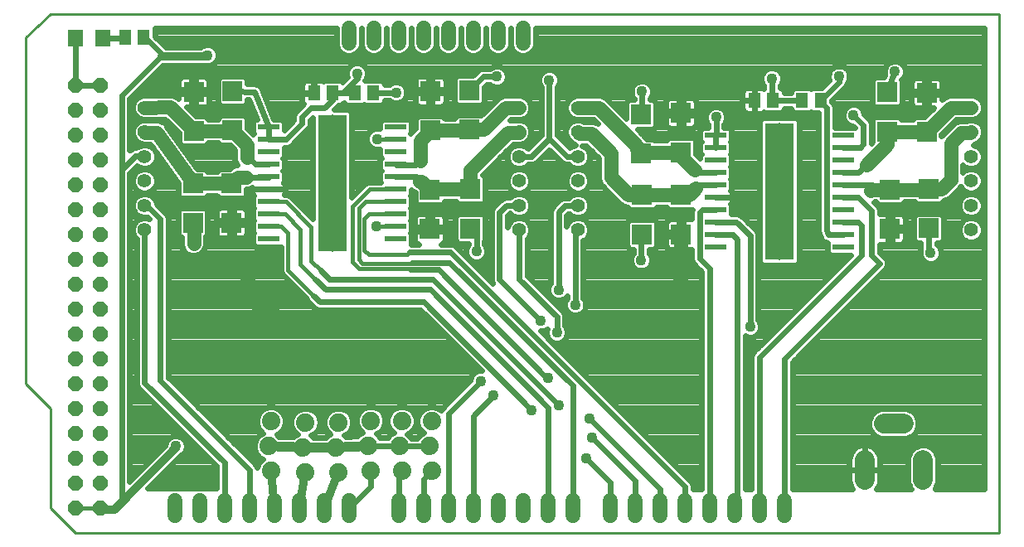
<source format=gtl>
G75*
%MOIN*%
%OFA0B0*%
%FSLAX25Y25*%
%IPPOS*%
%LPD*%
%AMOC8*
5,1,8,0,0,1.08239X$1,22.5*
%
%ADD10C,0.01000*%
%ADD11C,0.06000*%
%ADD12OC8,0.06000*%
%ADD13R,0.06299X0.07098*%
%ADD14R,0.05118X0.05906*%
%ADD15R,0.08661X0.02362*%
%ADD16R,0.11811X0.55118*%
%ADD17C,0.05150*%
%ADD18R,0.07874X0.07874*%
%ADD19C,0.07874*%
%ADD20C,0.05543*%
%ADD21C,0.07400*%
%ADD22C,0.02400*%
%ADD23C,0.05600*%
%ADD24C,0.04362*%
%ADD25C,0.03200*%
%ADD26C,0.01600*%
%ADD27C,0.04000*%
D10*
X0023082Y0020657D02*
X0033082Y0010657D01*
X0404283Y0010657D01*
X0404283Y0219319D01*
X0023082Y0219319D01*
X0023053Y0219267D01*
X0013082Y0209968D01*
X0013082Y0070657D01*
X0023082Y0060657D01*
X0023082Y0020657D01*
D11*
X0073082Y0017657D02*
X0073082Y0023657D01*
X0083082Y0023657D02*
X0083082Y0017657D01*
X0093082Y0017657D02*
X0093082Y0023657D01*
X0103082Y0023657D02*
X0103082Y0017657D01*
X0113082Y0017657D02*
X0113082Y0023657D01*
X0123082Y0023657D02*
X0123082Y0017657D01*
X0133082Y0017657D02*
X0133082Y0023657D01*
X0143082Y0023657D02*
X0143082Y0017657D01*
X0163082Y0017657D02*
X0163082Y0023657D01*
X0173082Y0023657D02*
X0173082Y0017657D01*
X0183082Y0017657D02*
X0183082Y0023657D01*
X0193082Y0023657D02*
X0193082Y0017657D01*
X0203082Y0017657D02*
X0203082Y0023657D01*
X0213082Y0023657D02*
X0213082Y0017657D01*
X0223082Y0017657D02*
X0223082Y0023657D01*
X0233082Y0023657D02*
X0233082Y0017657D01*
X0248082Y0017657D02*
X0248082Y0023657D01*
X0258082Y0023657D02*
X0258082Y0017657D01*
X0268082Y0017657D02*
X0268082Y0023657D01*
X0278082Y0023657D02*
X0278082Y0017657D01*
X0288082Y0017657D02*
X0288082Y0023657D01*
X0298082Y0023657D02*
X0298082Y0017657D01*
X0308082Y0017657D02*
X0308082Y0023657D01*
X0318082Y0023657D02*
X0318082Y0017657D01*
X0213082Y0207657D02*
X0213082Y0213657D01*
X0203082Y0213657D02*
X0203082Y0207657D01*
X0193082Y0207657D02*
X0193082Y0213657D01*
X0183082Y0213657D02*
X0183082Y0207657D01*
X0173082Y0207657D02*
X0173082Y0213657D01*
X0163082Y0213657D02*
X0163082Y0207657D01*
X0153082Y0207657D02*
X0153082Y0213657D01*
X0143082Y0213657D02*
X0143082Y0207657D01*
D12*
X0043082Y0190657D03*
X0033082Y0190657D03*
X0033082Y0180657D03*
X0043082Y0180657D03*
X0043082Y0170657D03*
X0033082Y0170657D03*
X0033082Y0160657D03*
X0043082Y0160657D03*
X0043082Y0150657D03*
X0033082Y0150657D03*
X0033082Y0140657D03*
X0043082Y0140657D03*
X0043082Y0130657D03*
X0033082Y0130657D03*
X0033082Y0120657D03*
X0043082Y0120657D03*
X0043082Y0110657D03*
X0033082Y0110657D03*
X0033082Y0100657D03*
X0043082Y0100657D03*
X0043082Y0090657D03*
X0033082Y0090657D03*
X0033082Y0080657D03*
X0043082Y0080657D03*
X0043082Y0070657D03*
X0033082Y0070657D03*
X0033082Y0060657D03*
X0043082Y0060657D03*
X0043082Y0050657D03*
X0033082Y0050657D03*
X0033082Y0040657D03*
X0043082Y0040657D03*
X0043082Y0030657D03*
X0033082Y0030657D03*
X0033082Y0020657D03*
X0043082Y0020657D03*
D13*
X0044266Y0209601D03*
X0033069Y0209601D03*
D14*
X0052989Y0209846D03*
X0060469Y0209846D03*
X0128977Y0187485D03*
X0136457Y0187485D03*
X0145302Y0187624D03*
X0152782Y0187624D03*
X0306032Y0184547D03*
X0313513Y0184547D03*
X0325179Y0184542D03*
X0332660Y0184542D03*
D15*
X0341756Y0170443D03*
X0341756Y0165443D03*
X0341756Y0160443D03*
X0341756Y0155443D03*
X0341756Y0150443D03*
X0341756Y0145443D03*
X0341756Y0140443D03*
X0341756Y0135443D03*
X0341756Y0130443D03*
X0341756Y0125443D03*
X0290575Y0125443D03*
X0290575Y0130443D03*
X0290575Y0135443D03*
X0290575Y0140443D03*
X0290575Y0145443D03*
X0290575Y0150443D03*
X0290575Y0155443D03*
X0290575Y0160443D03*
X0290575Y0165443D03*
X0290575Y0170443D03*
X0161927Y0168840D03*
X0161927Y0163840D03*
X0161927Y0158840D03*
X0161927Y0153840D03*
X0161927Y0148840D03*
X0161927Y0143840D03*
X0161927Y0138840D03*
X0161927Y0133840D03*
X0161927Y0128840D03*
X0110746Y0128840D03*
X0110746Y0133840D03*
X0110746Y0138840D03*
X0110746Y0143840D03*
X0110746Y0148840D03*
X0110746Y0153840D03*
X0110746Y0158840D03*
X0110746Y0163840D03*
X0110746Y0168840D03*
X0110746Y0173840D03*
X0161927Y0173840D03*
D16*
X0136336Y0151340D03*
X0316165Y0147943D03*
D17*
X0316165Y0152943D03*
X0316165Y0142943D03*
X0316165Y0132943D03*
X0316165Y0122943D03*
X0316165Y0162943D03*
X0316165Y0172943D03*
X0136336Y0176340D03*
X0136336Y0166340D03*
X0136336Y0156340D03*
X0136336Y0146340D03*
X0136336Y0136340D03*
X0136336Y0126340D03*
D18*
X0175584Y0132763D03*
X0191853Y0133010D03*
X0191853Y0148758D03*
X0175584Y0148511D03*
X0175810Y0172461D03*
X0191414Y0172748D03*
X0191414Y0188496D03*
X0175810Y0188209D03*
X0096226Y0188235D03*
X0080657Y0188020D03*
X0080657Y0172272D03*
X0096226Y0172487D03*
X0095848Y0151092D03*
X0080325Y0151121D03*
X0080325Y0135373D03*
X0095848Y0135344D03*
X0260867Y0130681D03*
X0276593Y0130676D03*
X0276593Y0146424D03*
X0260867Y0146429D03*
X0260482Y0163088D03*
X0276583Y0163679D03*
X0276583Y0179427D03*
X0260482Y0178836D03*
X0359359Y0172076D03*
X0375307Y0171822D03*
X0375307Y0187570D03*
X0359359Y0187824D03*
X0360564Y0148624D03*
X0376089Y0148882D03*
X0376089Y0133134D03*
X0360564Y0132876D03*
D19*
X0358117Y0054519D02*
X0365991Y0054519D01*
X0373826Y0039834D02*
X0373826Y0031960D01*
X0350295Y0031980D02*
X0350295Y0039854D01*
D20*
X0393223Y0132445D03*
X0393223Y0142287D03*
X0393223Y0152130D03*
X0393223Y0161972D03*
X0393223Y0171815D03*
X0393223Y0181657D03*
X0235064Y0181657D03*
X0235064Y0171815D03*
X0235064Y0161972D03*
X0235064Y0152130D03*
X0235064Y0142287D03*
X0235064Y0132445D03*
X0211441Y0132445D03*
X0211441Y0142287D03*
X0211441Y0152130D03*
X0211441Y0161972D03*
X0211441Y0171815D03*
X0211441Y0181657D03*
X0060903Y0181657D03*
X0060903Y0171815D03*
X0060903Y0161972D03*
X0060903Y0152130D03*
X0060903Y0142287D03*
X0060903Y0132445D03*
D21*
X0111715Y0055504D03*
X0125595Y0055027D03*
X0138833Y0055039D03*
X0151785Y0055647D03*
X0164283Y0055604D03*
X0176289Y0055540D03*
X0175289Y0045540D03*
X0163283Y0045604D03*
X0164283Y0035604D03*
X0176289Y0035540D03*
X0151785Y0035647D03*
X0138833Y0035039D03*
X0137833Y0045039D03*
X0150785Y0045647D03*
X0124595Y0045027D03*
X0110715Y0045504D03*
X0111715Y0035504D03*
X0125595Y0035027D03*
D22*
X0108430Y0040281D02*
X0106883Y0038733D01*
X0106176Y0037026D01*
X0105915Y0037656D01*
X0105015Y0038557D01*
X0070423Y0073148D01*
X0070423Y0137472D01*
X0069936Y0138648D01*
X0065675Y0142909D01*
X0065675Y0143236D01*
X0064949Y0144990D01*
X0063606Y0146333D01*
X0061853Y0147059D01*
X0059954Y0147059D01*
X0058201Y0146333D01*
X0056858Y0144990D01*
X0056132Y0143236D01*
X0056132Y0141338D01*
X0056858Y0139584D01*
X0058201Y0138242D01*
X0059954Y0137516D01*
X0061853Y0137516D01*
X0061969Y0137564D01*
X0062645Y0136888D01*
X0061853Y0137216D01*
X0059954Y0137216D01*
X0058201Y0136490D01*
X0056858Y0135148D01*
X0056132Y0133394D01*
X0056132Y0131496D01*
X0056858Y0129742D01*
X0057703Y0128897D01*
X0057703Y0070300D01*
X0058191Y0069124D01*
X0059091Y0068224D01*
X0089882Y0037432D01*
X0089882Y0028432D01*
X0084618Y0028433D01*
X0084077Y0028657D01*
X0082088Y0028657D01*
X0081549Y0028434D01*
X0074611Y0028436D01*
X0074077Y0028657D01*
X0072088Y0028657D01*
X0071556Y0028437D01*
X0062137Y0028440D01*
X0075470Y0041773D01*
X0075570Y0041873D01*
X0075800Y0041968D01*
X0076976Y0043144D01*
X0077612Y0044681D01*
X0077612Y0046344D01*
X0076976Y0047881D01*
X0075800Y0049057D01*
X0074263Y0049694D01*
X0072599Y0049694D01*
X0071063Y0049057D01*
X0069887Y0047881D01*
X0069250Y0046344D01*
X0069250Y0045735D01*
X0054919Y0031404D01*
X0054919Y0155360D01*
X0057843Y0158285D01*
X0058201Y0157927D01*
X0059954Y0157201D01*
X0061853Y0157201D01*
X0063606Y0157927D01*
X0064949Y0159269D01*
X0065675Y0161023D01*
X0065675Y0162922D01*
X0065176Y0164127D01*
X0074388Y0151185D01*
X0074388Y0146356D01*
X0075560Y0145184D01*
X0085091Y0145184D01*
X0086217Y0146310D01*
X0089935Y0146303D01*
X0091083Y0145155D01*
X0100614Y0145155D01*
X0101785Y0146326D01*
X0101785Y0148902D01*
X0102760Y0148902D01*
X0104215Y0149504D01*
X0104215Y0148840D01*
X0110746Y0148840D01*
X0117276Y0148840D01*
X0117276Y0150310D01*
X0117126Y0150870D01*
X0116837Y0151371D01*
X0116727Y0151481D01*
X0117076Y0151830D01*
X0117076Y0155849D01*
X0116586Y0156340D01*
X0117076Y0156830D01*
X0117076Y0160849D01*
X0116586Y0161340D01*
X0117076Y0161830D01*
X0117076Y0165640D01*
X0118449Y0165640D01*
X0119625Y0166127D01*
X0120525Y0167027D01*
X0125926Y0172428D01*
X0126826Y0173328D01*
X0127313Y0174504D01*
X0127313Y0176607D01*
X0128431Y0177724D01*
X0128431Y0136992D01*
X0119209Y0146213D01*
X0118180Y0146640D01*
X0117066Y0146640D01*
X0117028Y0146640D01*
X0117126Y0146809D01*
X0117276Y0147369D01*
X0117276Y0148839D01*
X0110746Y0148839D01*
X0110746Y0148840D01*
X0110746Y0148839D01*
X0104215Y0148839D01*
X0104215Y0147369D01*
X0104365Y0146809D01*
X0104654Y0146308D01*
X0104764Y0146198D01*
X0104415Y0145849D01*
X0104415Y0141830D01*
X0104905Y0141340D01*
X0104415Y0140849D01*
X0104415Y0136830D01*
X0104905Y0136340D01*
X0104415Y0135849D01*
X0104415Y0131830D01*
X0104905Y0131340D01*
X0104415Y0130849D01*
X0104415Y0126830D01*
X0105587Y0125658D01*
X0115700Y0125658D01*
X0115700Y0115804D01*
X0116126Y0114775D01*
X0125745Y0105156D01*
X0126145Y0104190D01*
X0128605Y0101730D01*
X0129505Y0100830D01*
X0130681Y0100343D01*
X0171741Y0100343D01*
X0196289Y0075795D01*
X0195231Y0075795D01*
X0193695Y0075158D01*
X0192519Y0073982D01*
X0191882Y0072445D01*
X0191882Y0071958D01*
X0180369Y0060445D01*
X0180099Y0059791D01*
X0179518Y0060372D01*
X0177423Y0061240D01*
X0175155Y0061240D01*
X0173060Y0060372D01*
X0171457Y0058769D01*
X0170589Y0056674D01*
X0170589Y0054406D01*
X0171457Y0052311D01*
X0173004Y0050764D01*
X0172060Y0050372D01*
X0170457Y0048769D01*
X0170445Y0048740D01*
X0168153Y0048740D01*
X0168115Y0048833D01*
X0166567Y0050381D01*
X0167512Y0050772D01*
X0169115Y0052375D01*
X0169983Y0054470D01*
X0169983Y0056738D01*
X0169115Y0058833D01*
X0167512Y0060436D01*
X0165417Y0061304D01*
X0163149Y0061304D01*
X0161054Y0060436D01*
X0159451Y0058833D01*
X0158583Y0056738D01*
X0158583Y0054470D01*
X0159451Y0052375D01*
X0160998Y0050827D01*
X0160054Y0050436D01*
X0158451Y0048833D01*
X0158439Y0048804D01*
X0155647Y0048804D01*
X0155617Y0048876D01*
X0154069Y0050424D01*
X0155014Y0050815D01*
X0156617Y0052418D01*
X0157485Y0054513D01*
X0157485Y0056781D01*
X0156617Y0058876D01*
X0155014Y0060479D01*
X0152919Y0061347D01*
X0150651Y0061347D01*
X0148556Y0060479D01*
X0146953Y0058876D01*
X0146085Y0056781D01*
X0146085Y0054513D01*
X0146953Y0052418D01*
X0148501Y0050870D01*
X0147556Y0050479D01*
X0146529Y0049452D01*
X0141708Y0049226D01*
X0141118Y0049816D01*
X0142062Y0050207D01*
X0143666Y0051811D01*
X0144533Y0053906D01*
X0144533Y0056173D01*
X0143666Y0058268D01*
X0142062Y0059872D01*
X0139967Y0060739D01*
X0137700Y0060739D01*
X0135605Y0059872D01*
X0134001Y0058268D01*
X0133133Y0056173D01*
X0133133Y0053906D01*
X0134001Y0051811D01*
X0135549Y0050263D01*
X0134605Y0049872D01*
X0133769Y0049036D01*
X0128653Y0049031D01*
X0127880Y0049804D01*
X0128824Y0050195D01*
X0130428Y0051799D01*
X0131295Y0053894D01*
X0131295Y0056161D01*
X0130428Y0058256D01*
X0128824Y0059860D01*
X0126729Y0060727D01*
X0124462Y0060727D01*
X0122367Y0059860D01*
X0120763Y0058256D01*
X0119895Y0056161D01*
X0119895Y0053894D01*
X0120763Y0051799D01*
X0122311Y0050251D01*
X0121367Y0049860D01*
X0120671Y0049165D01*
X0114918Y0049362D01*
X0113999Y0050281D01*
X0114944Y0050672D01*
X0116547Y0052275D01*
X0117415Y0054370D01*
X0117415Y0056638D01*
X0116547Y0058733D01*
X0114944Y0060336D01*
X0112849Y0061204D01*
X0110581Y0061204D01*
X0108486Y0060336D01*
X0106883Y0058733D01*
X0106015Y0056638D01*
X0106015Y0054370D01*
X0106883Y0052275D01*
X0108430Y0050728D01*
X0107486Y0050336D01*
X0105883Y0048733D01*
X0105015Y0046638D01*
X0105015Y0044370D01*
X0105883Y0042275D01*
X0107486Y0040672D01*
X0108430Y0040281D01*
X0107589Y0039440D02*
X0104131Y0039440D01*
X0106170Y0037041D02*
X0106182Y0037041D01*
X0103202Y0035844D02*
X0103202Y0020777D01*
X0103082Y0020657D01*
X0093082Y0020657D02*
X0093082Y0038758D01*
X0060903Y0070936D01*
X0060903Y0132445D01*
X0056510Y0130583D02*
X0054919Y0130583D01*
X0054919Y0132981D02*
X0056132Y0132981D01*
X0057091Y0135380D02*
X0054919Y0135380D01*
X0054919Y0137779D02*
X0059320Y0137779D01*
X0056613Y0140177D02*
X0054919Y0140177D01*
X0054919Y0142576D02*
X0056132Y0142576D01*
X0056852Y0144974D02*
X0054919Y0144974D01*
X0054919Y0147373D02*
X0059920Y0147373D01*
X0059954Y0147358D02*
X0061853Y0147358D01*
X0063606Y0148085D01*
X0064949Y0149427D01*
X0065675Y0151181D01*
X0065675Y0153079D01*
X0064949Y0154833D01*
X0063606Y0156175D01*
X0061853Y0156901D01*
X0059954Y0156901D01*
X0058201Y0156175D01*
X0056858Y0154833D01*
X0056132Y0153079D01*
X0056132Y0151181D01*
X0056858Y0149427D01*
X0058201Y0148085D01*
X0059954Y0147358D01*
X0061887Y0147373D02*
X0074388Y0147373D01*
X0074388Y0149771D02*
X0065091Y0149771D01*
X0065675Y0152170D02*
X0073687Y0152170D01*
X0071980Y0154568D02*
X0065058Y0154568D01*
X0064988Y0159365D02*
X0068565Y0159365D01*
X0066858Y0161764D02*
X0065675Y0161764D01*
X0064382Y0165242D02*
X0063606Y0166018D01*
X0061853Y0166744D01*
X0059954Y0166744D01*
X0058201Y0166018D01*
X0057598Y0165415D01*
X0057354Y0165415D01*
X0056824Y0165450D01*
X0056720Y0165415D01*
X0056611Y0165415D01*
X0056121Y0165212D01*
X0055618Y0165041D01*
X0055536Y0164969D01*
X0055435Y0164927D01*
X0055060Y0164552D01*
X0054919Y0164429D01*
X0054919Y0185225D01*
X0068249Y0198556D01*
X0085184Y0198556D01*
X0085337Y0198492D01*
X0087001Y0198492D01*
X0088538Y0199129D01*
X0089714Y0200305D01*
X0090350Y0201842D01*
X0090350Y0203505D01*
X0089714Y0205042D01*
X0088538Y0206218D01*
X0087001Y0206854D01*
X0085337Y0206854D01*
X0083801Y0206218D01*
X0083338Y0205756D01*
X0069577Y0205756D01*
X0065029Y0210304D01*
X0065029Y0213619D01*
X0138082Y0213619D01*
X0138082Y0206663D01*
X0138843Y0204825D01*
X0140250Y0203419D01*
X0142088Y0202657D01*
X0144077Y0202657D01*
X0145915Y0203419D01*
X0147321Y0204825D01*
X0148082Y0206663D01*
X0148082Y0213619D01*
X0148082Y0213619D01*
X0148082Y0206663D01*
X0148843Y0204825D01*
X0150250Y0203419D01*
X0152088Y0202657D01*
X0154077Y0202657D01*
X0155915Y0203419D01*
X0157321Y0204825D01*
X0158082Y0206663D01*
X0158082Y0213619D01*
X0158082Y0213619D01*
X0158082Y0206663D01*
X0158843Y0204825D01*
X0160250Y0203419D01*
X0162088Y0202657D01*
X0164077Y0202657D01*
X0165915Y0203419D01*
X0167321Y0204825D01*
X0168082Y0206663D01*
X0168082Y0213619D01*
X0168082Y0213619D01*
X0168082Y0206663D01*
X0168843Y0204825D01*
X0170250Y0203419D01*
X0172088Y0202657D01*
X0174077Y0202657D01*
X0175915Y0203419D01*
X0177321Y0204825D01*
X0178082Y0206663D01*
X0178082Y0213619D01*
X0178082Y0213619D01*
X0178082Y0206663D01*
X0178843Y0204825D01*
X0180250Y0203419D01*
X0182088Y0202657D01*
X0184077Y0202657D01*
X0185915Y0203419D01*
X0187321Y0204825D01*
X0188082Y0206663D01*
X0188082Y0213619D01*
X0188082Y0213619D01*
X0188082Y0206663D01*
X0188843Y0204825D01*
X0190250Y0203419D01*
X0192088Y0202657D01*
X0194077Y0202657D01*
X0195915Y0203419D01*
X0197321Y0204825D01*
X0198082Y0206663D01*
X0198082Y0213619D01*
X0198082Y0213619D01*
X0198082Y0206663D01*
X0198843Y0204825D01*
X0200250Y0203419D01*
X0202088Y0202657D01*
X0204077Y0202657D01*
X0205915Y0203419D01*
X0207321Y0204825D01*
X0208082Y0206663D01*
X0208082Y0213619D01*
X0208082Y0213619D01*
X0208082Y0206663D01*
X0208843Y0204825D01*
X0210250Y0203419D01*
X0212088Y0202657D01*
X0214077Y0202657D01*
X0215915Y0203419D01*
X0217321Y0204825D01*
X0218082Y0206663D01*
X0218082Y0213619D01*
X0398583Y0213619D01*
X0398583Y0028342D01*
X0378609Y0028348D01*
X0378859Y0028597D01*
X0379763Y0030779D01*
X0379763Y0041015D01*
X0378859Y0043197D01*
X0377189Y0044867D01*
X0375006Y0045771D01*
X0372645Y0045771D01*
X0370462Y0044867D01*
X0368792Y0043197D01*
X0367889Y0041015D01*
X0367889Y0030779D01*
X0368792Y0028597D01*
X0369039Y0028350D01*
X0355246Y0028354D01*
X0355544Y0028764D01*
X0355982Y0029624D01*
X0356281Y0030543D01*
X0356432Y0031497D01*
X0356432Y0035917D01*
X0350295Y0035917D01*
X0344158Y0035917D01*
X0344158Y0031497D01*
X0344309Y0030543D01*
X0344608Y0029624D01*
X0345046Y0028764D01*
X0345341Y0028357D01*
X0321282Y0028364D01*
X0321282Y0079310D01*
X0359108Y0117136D01*
X0359595Y0118312D01*
X0359595Y0119585D01*
X0359108Y0120762D01*
X0358208Y0121662D01*
X0356372Y0123498D01*
X0356372Y0126739D01*
X0359795Y0126739D01*
X0359795Y0132107D01*
X0361332Y0132107D01*
X0361332Y0126739D01*
X0364790Y0126739D01*
X0365350Y0126889D01*
X0365852Y0127179D01*
X0366261Y0127588D01*
X0366551Y0128090D01*
X0366701Y0128649D01*
X0366701Y0132108D01*
X0361332Y0132108D01*
X0361332Y0133645D01*
X0359795Y0133645D01*
X0359795Y0139013D01*
X0356372Y0139013D01*
X0356372Y0140814D01*
X0355884Y0141990D01*
X0354984Y0142890D01*
X0354192Y0143682D01*
X0354535Y0143824D01*
X0354661Y0143824D01*
X0355798Y0142687D01*
X0365329Y0142687D01*
X0366466Y0143824D01*
X0370444Y0143824D01*
X0371323Y0142945D01*
X0380854Y0142945D01*
X0381991Y0144082D01*
X0382195Y0144082D01*
X0383959Y0144812D01*
X0385310Y0146163D01*
X0389001Y0149854D01*
X0389178Y0149427D01*
X0390520Y0148085D01*
X0392274Y0147358D01*
X0394172Y0147358D01*
X0395926Y0148085D01*
X0397268Y0149427D01*
X0397995Y0151181D01*
X0397995Y0153079D01*
X0397268Y0154833D01*
X0395926Y0156175D01*
X0394172Y0156901D01*
X0392274Y0156901D01*
X0390520Y0156175D01*
X0389852Y0155507D01*
X0389852Y0158595D01*
X0390520Y0157927D01*
X0392274Y0157201D01*
X0394172Y0157201D01*
X0395926Y0157927D01*
X0397268Y0159269D01*
X0397995Y0161023D01*
X0397995Y0162922D01*
X0397268Y0164675D01*
X0395926Y0166018D01*
X0394172Y0166744D01*
X0393942Y0166744D01*
X0395646Y0167450D01*
X0396997Y0168800D01*
X0397292Y0169096D01*
X0398023Y0170860D01*
X0398023Y0172770D01*
X0397292Y0174534D01*
X0395942Y0175884D01*
X0394178Y0176615D01*
X0392268Y0176615D01*
X0391555Y0176319D01*
X0388297Y0176319D01*
X0386533Y0175589D01*
X0382333Y0171389D01*
X0381244Y0170300D01*
X0381244Y0170971D01*
X0387130Y0176857D01*
X0394178Y0176857D01*
X0395942Y0177588D01*
X0397292Y0178938D01*
X0398023Y0180703D01*
X0398023Y0182612D01*
X0397292Y0184376D01*
X0395942Y0185727D01*
X0394178Y0186457D01*
X0384187Y0186457D01*
X0382423Y0185727D01*
X0381444Y0184747D01*
X0381444Y0186802D01*
X0376076Y0186802D01*
X0376076Y0188339D01*
X0381444Y0188339D01*
X0381444Y0191797D01*
X0381294Y0192356D01*
X0381005Y0192858D01*
X0380595Y0193268D01*
X0380093Y0193557D01*
X0379534Y0193707D01*
X0376076Y0193707D01*
X0376076Y0188339D01*
X0374539Y0188339D01*
X0374539Y0193707D01*
X0371080Y0193707D01*
X0370521Y0193557D01*
X0370019Y0193268D01*
X0369610Y0192858D01*
X0369320Y0192356D01*
X0369170Y0191797D01*
X0369170Y0188339D01*
X0374538Y0188339D01*
X0374538Y0186802D01*
X0369170Y0186802D01*
X0369170Y0183344D01*
X0369320Y0182784D01*
X0369610Y0182282D01*
X0370019Y0181873D01*
X0370521Y0181583D01*
X0371080Y0181433D01*
X0374539Y0181433D01*
X0374539Y0186802D01*
X0376076Y0186802D01*
X0376076Y0181433D01*
X0378130Y0181433D01*
X0374456Y0177759D01*
X0370542Y0177759D01*
X0369658Y0176876D01*
X0365261Y0176876D01*
X0364124Y0178013D01*
X0354593Y0178013D01*
X0353422Y0176841D01*
X0353422Y0167838D01*
X0352992Y0167409D01*
X0352992Y0175295D01*
X0352505Y0176471D01*
X0350056Y0178921D01*
X0350056Y0179408D01*
X0349419Y0180945D01*
X0348243Y0182121D01*
X0346706Y0182757D01*
X0345043Y0182757D01*
X0343506Y0182121D01*
X0342330Y0180945D01*
X0341693Y0179408D01*
X0341693Y0177745D01*
X0342330Y0176208D01*
X0343506Y0175032D01*
X0345043Y0174395D01*
X0345530Y0174395D01*
X0346301Y0173624D01*
X0338341Y0173624D01*
X0338341Y0182203D01*
X0337854Y0183379D01*
X0337219Y0184015D01*
X0337219Y0184576D01*
X0341891Y0189248D01*
X0342791Y0190148D01*
X0343278Y0191324D01*
X0343278Y0191494D01*
X0343623Y0191839D01*
X0344259Y0193375D01*
X0344259Y0195039D01*
X0343623Y0196575D01*
X0342447Y0197752D01*
X0340910Y0198388D01*
X0339247Y0198388D01*
X0337710Y0197752D01*
X0336534Y0196575D01*
X0335897Y0195039D01*
X0335897Y0193375D01*
X0336211Y0192619D01*
X0333087Y0189495D01*
X0329272Y0189495D01*
X0328920Y0189142D01*
X0328567Y0189495D01*
X0321792Y0189495D01*
X0320620Y0188324D01*
X0320620Y0187742D01*
X0318072Y0187742D01*
X0318072Y0188328D01*
X0316900Y0189500D01*
X0316303Y0189500D01*
X0316303Y0190601D01*
X0316648Y0190945D01*
X0317284Y0192482D01*
X0317284Y0194146D01*
X0316648Y0195682D01*
X0315472Y0196858D01*
X0313935Y0197495D01*
X0312272Y0197495D01*
X0310735Y0196858D01*
X0309559Y0195682D01*
X0308922Y0194146D01*
X0308922Y0192482D01*
X0309559Y0190945D01*
X0309903Y0190601D01*
X0309903Y0189283D01*
X0309441Y0189550D01*
X0308881Y0189700D01*
X0306112Y0189700D01*
X0306112Y0184626D01*
X0305953Y0184626D01*
X0305953Y0184467D01*
X0306112Y0184467D01*
X0306112Y0179394D01*
X0308881Y0179394D01*
X0309441Y0179544D01*
X0309906Y0179813D01*
X0310125Y0179594D01*
X0316900Y0179594D01*
X0318072Y0180766D01*
X0318072Y0181342D01*
X0320620Y0181342D01*
X0320620Y0180761D01*
X0321792Y0179590D01*
X0328567Y0179590D01*
X0328920Y0179942D01*
X0329272Y0179590D01*
X0331941Y0179590D01*
X0331941Y0133121D01*
X0331932Y0133103D01*
X0331923Y0132978D01*
X0331875Y0132863D01*
X0331875Y0132348D01*
X0331836Y0131833D01*
X0331875Y0131715D01*
X0331875Y0131590D01*
X0332072Y0131114D01*
X0332420Y0130056D01*
X0332420Y0129931D01*
X0332617Y0129455D01*
X0332778Y0128965D01*
X0332859Y0128870D01*
X0332907Y0128755D01*
X0333271Y0128390D01*
X0333608Y0127999D01*
X0333719Y0127943D01*
X0333807Y0127855D01*
X0334283Y0127657D01*
X0334744Y0127425D01*
X0334868Y0127415D01*
X0334983Y0127368D01*
X0335425Y0127368D01*
X0335425Y0123433D01*
X0336597Y0122262D01*
X0344706Y0122262D01*
X0306270Y0083825D01*
X0305369Y0082925D01*
X0304882Y0081749D01*
X0304882Y0028369D01*
X0302325Y0028370D01*
X0302325Y0089828D01*
X0303515Y0089335D01*
X0305178Y0089335D01*
X0306715Y0089972D01*
X0307891Y0091148D01*
X0308527Y0092685D01*
X0308527Y0094348D01*
X0307891Y0095885D01*
X0307546Y0096229D01*
X0307546Y0130744D01*
X0307059Y0131920D01*
X0301494Y0137485D01*
X0300593Y0138385D01*
X0299417Y0138873D01*
X0296905Y0138873D01*
X0296905Y0142452D01*
X0296556Y0142801D01*
X0296666Y0142911D01*
X0296955Y0143413D01*
X0297105Y0143972D01*
X0297105Y0145443D01*
X0297105Y0146914D01*
X0296955Y0147473D01*
X0296666Y0147975D01*
X0296556Y0148084D01*
X0296905Y0148433D01*
X0296905Y0152452D01*
X0296415Y0152943D01*
X0296905Y0153433D01*
X0296905Y0157452D01*
X0296415Y0157943D01*
X0296905Y0158433D01*
X0296905Y0162452D01*
X0296415Y0162943D01*
X0296905Y0163433D01*
X0296905Y0167452D01*
X0296415Y0167943D01*
X0296905Y0168433D01*
X0296905Y0172452D01*
X0295734Y0173624D01*
X0293885Y0173624D01*
X0293885Y0175065D01*
X0294230Y0175409D01*
X0294866Y0176946D01*
X0294866Y0178609D01*
X0294230Y0180146D01*
X0293054Y0181322D01*
X0291517Y0181959D01*
X0289853Y0181959D01*
X0288317Y0181322D01*
X0287141Y0180146D01*
X0286504Y0178609D01*
X0286504Y0176946D01*
X0287141Y0175409D01*
X0287485Y0175065D01*
X0287485Y0173624D01*
X0285415Y0173624D01*
X0284244Y0172452D01*
X0284244Y0168433D01*
X0284734Y0167943D01*
X0284244Y0167452D01*
X0284244Y0163433D01*
X0284734Y0162943D01*
X0284244Y0162452D01*
X0284244Y0161121D01*
X0282520Y0162845D01*
X0282520Y0168444D01*
X0281348Y0169616D01*
X0271817Y0169616D01*
X0270680Y0168479D01*
X0265794Y0168479D01*
X0265248Y0169025D01*
X0262847Y0169025D01*
X0262826Y0169076D01*
X0261476Y0170427D01*
X0259004Y0172899D01*
X0265248Y0172899D01*
X0266419Y0174070D01*
X0266419Y0183601D01*
X0265248Y0184773D01*
X0264012Y0184773D01*
X0264012Y0185369D01*
X0264356Y0185713D01*
X0264993Y0187250D01*
X0264993Y0188913D01*
X0264356Y0190450D01*
X0263180Y0191626D01*
X0261643Y0192263D01*
X0259980Y0192263D01*
X0258443Y0191626D01*
X0257267Y0190450D01*
X0256631Y0188913D01*
X0256631Y0187250D01*
X0257267Y0185713D01*
X0257612Y0185369D01*
X0257612Y0184773D01*
X0255717Y0184773D01*
X0254545Y0183601D01*
X0254545Y0177357D01*
X0246176Y0185727D01*
X0244412Y0186457D01*
X0234109Y0186457D01*
X0232345Y0185727D01*
X0230995Y0184376D01*
X0230264Y0182612D01*
X0230264Y0180703D01*
X0230995Y0178938D01*
X0232345Y0177588D01*
X0234109Y0176857D01*
X0241469Y0176857D01*
X0243038Y0175288D01*
X0241360Y0175983D01*
X0237544Y0175983D01*
X0236019Y0176615D01*
X0234109Y0176615D01*
X0232345Y0175884D01*
X0230995Y0174534D01*
X0230264Y0172770D01*
X0230264Y0170860D01*
X0230995Y0169096D01*
X0231626Y0168464D01*
X0232977Y0167114D01*
X0233992Y0166693D01*
X0232361Y0166018D01*
X0231820Y0165477D01*
X0226805Y0170492D01*
X0226805Y0189986D01*
X0227150Y0190330D01*
X0227786Y0191867D01*
X0227786Y0193530D01*
X0227150Y0195067D01*
X0225973Y0196243D01*
X0224437Y0196880D01*
X0222773Y0196880D01*
X0221237Y0196243D01*
X0220060Y0195067D01*
X0219424Y0193530D01*
X0219424Y0191867D01*
X0220060Y0190330D01*
X0220405Y0189986D01*
X0220405Y0170492D01*
X0215086Y0165172D01*
X0214990Y0165172D01*
X0214144Y0166018D01*
X0212391Y0166744D01*
X0210492Y0166744D01*
X0208739Y0166018D01*
X0207396Y0164675D01*
X0206670Y0162922D01*
X0206670Y0161023D01*
X0207396Y0159269D01*
X0208739Y0157927D01*
X0210492Y0157201D01*
X0212391Y0157201D01*
X0214144Y0157927D01*
X0214990Y0158772D01*
X0217048Y0158772D01*
X0218224Y0159260D01*
X0223605Y0164641D01*
X0228986Y0159260D01*
X0230162Y0158772D01*
X0231516Y0158772D01*
X0232361Y0157927D01*
X0234115Y0157201D01*
X0236013Y0157201D01*
X0237767Y0157927D01*
X0239109Y0159269D01*
X0239836Y0161023D01*
X0239836Y0162922D01*
X0239109Y0164675D01*
X0237767Y0166018D01*
X0236884Y0166383D01*
X0238417Y0166383D01*
X0243501Y0161299D01*
X0243501Y0152747D01*
X0244232Y0150983D01*
X0251504Y0143710D01*
X0252855Y0142360D01*
X0254619Y0141629D01*
X0254964Y0141629D01*
X0256101Y0140492D01*
X0265632Y0140492D01*
X0266769Y0141629D01*
X0270685Y0141629D01*
X0271828Y0140487D01*
X0280989Y0140487D01*
X0280875Y0140211D01*
X0280875Y0136798D01*
X0280820Y0136813D01*
X0277362Y0136813D01*
X0277362Y0131444D01*
X0275825Y0131444D01*
X0275825Y0136813D01*
X0272366Y0136813D01*
X0271807Y0136663D01*
X0271305Y0136373D01*
X0270896Y0135963D01*
X0270606Y0135462D01*
X0270456Y0134902D01*
X0270456Y0131444D01*
X0275824Y0131444D01*
X0275824Y0129907D01*
X0270456Y0129907D01*
X0270456Y0126449D01*
X0270606Y0125889D01*
X0270896Y0125388D01*
X0271305Y0124978D01*
X0271807Y0124688D01*
X0272366Y0124539D01*
X0275825Y0124539D01*
X0275825Y0129907D01*
X0277362Y0129907D01*
X0277362Y0124539D01*
X0280820Y0124539D01*
X0280875Y0124553D01*
X0280875Y0120412D01*
X0281362Y0119236D01*
X0282262Y0118336D01*
X0284882Y0115715D01*
X0284882Y0028375D01*
X0281282Y0028376D01*
X0281282Y0029829D01*
X0280795Y0031005D01*
X0279895Y0031906D01*
X0220030Y0091770D01*
X0220972Y0091770D01*
X0222508Y0092407D01*
X0222673Y0092571D01*
X0222438Y0092005D01*
X0222438Y0090341D01*
X0223075Y0088805D01*
X0224251Y0087628D01*
X0225787Y0086992D01*
X0227451Y0086992D01*
X0228988Y0087628D01*
X0230164Y0088805D01*
X0230800Y0090341D01*
X0230800Y0092005D01*
X0230164Y0093541D01*
X0229819Y0093886D01*
X0229819Y0098179D01*
X0229332Y0099355D01*
X0214641Y0114046D01*
X0214641Y0128897D01*
X0215487Y0129742D01*
X0216213Y0131496D01*
X0216213Y0133394D01*
X0215487Y0135148D01*
X0214144Y0136490D01*
X0212391Y0137216D01*
X0210492Y0137216D01*
X0208739Y0136490D01*
X0207396Y0135148D01*
X0206803Y0133715D01*
X0206803Y0138139D01*
X0207751Y0139087D01*
X0207893Y0139087D01*
X0208739Y0138242D01*
X0210492Y0137516D01*
X0212391Y0137516D01*
X0214144Y0138242D01*
X0215487Y0139584D01*
X0216213Y0141338D01*
X0216213Y0143236D01*
X0215487Y0144990D01*
X0214144Y0146333D01*
X0212391Y0147059D01*
X0210492Y0147059D01*
X0208739Y0146333D01*
X0207893Y0145487D01*
X0205789Y0145487D01*
X0204612Y0145000D01*
X0203712Y0144100D01*
X0200890Y0141278D01*
X0200403Y0140101D01*
X0200403Y0111852D01*
X0200724Y0111077D01*
X0186523Y0125277D01*
X0185623Y0126177D01*
X0184447Y0126664D01*
X0179955Y0126664D01*
X0180370Y0126775D01*
X0180872Y0127065D01*
X0181281Y0127475D01*
X0181571Y0127976D01*
X0181721Y0128536D01*
X0181721Y0131994D01*
X0176352Y0131994D01*
X0176352Y0133531D01*
X0174815Y0133531D01*
X0174815Y0131994D01*
X0169447Y0131994D01*
X0169447Y0128536D01*
X0169597Y0127976D01*
X0169886Y0127475D01*
X0170296Y0127065D01*
X0170798Y0126775D01*
X0171212Y0126664D01*
X0168092Y0126664D01*
X0168257Y0126830D01*
X0168257Y0130849D01*
X0167767Y0131340D01*
X0168257Y0131830D01*
X0168257Y0135849D01*
X0167767Y0136340D01*
X0168257Y0136830D01*
X0168257Y0140849D01*
X0167767Y0141340D01*
X0168257Y0141830D01*
X0168257Y0145849D01*
X0167767Y0146340D01*
X0168257Y0146830D01*
X0168257Y0148501D01*
X0168806Y0147952D01*
X0169647Y0147604D01*
X0169647Y0143745D01*
X0170818Y0142574D01*
X0180349Y0142574D01*
X0181521Y0143745D01*
X0181521Y0143958D01*
X0185951Y0143958D01*
X0187088Y0142821D01*
X0196619Y0142821D01*
X0197790Y0143992D01*
X0197790Y0153523D01*
X0196694Y0154620D01*
X0208961Y0166887D01*
X0212269Y0166887D01*
X0214033Y0167618D01*
X0215511Y0169096D01*
X0216241Y0170860D01*
X0216241Y0172770D01*
X0215511Y0174534D01*
X0214160Y0175884D01*
X0212396Y0176615D01*
X0210487Y0176615D01*
X0210179Y0176487D01*
X0207641Y0176487D01*
X0208011Y0176857D01*
X0212396Y0176857D01*
X0214160Y0177588D01*
X0215511Y0178938D01*
X0216241Y0180703D01*
X0216241Y0182612D01*
X0215511Y0184376D01*
X0214160Y0185727D01*
X0212396Y0186457D01*
X0205068Y0186457D01*
X0203304Y0185727D01*
X0201953Y0184376D01*
X0196221Y0178644D01*
X0196180Y0178685D01*
X0186649Y0178685D01*
X0185477Y0177513D01*
X0185477Y0177261D01*
X0181712Y0177261D01*
X0180575Y0178398D01*
X0171045Y0178398D01*
X0169873Y0177226D01*
X0169873Y0173312D01*
X0168974Y0172413D01*
X0167834Y0171273D01*
X0167767Y0171340D01*
X0168257Y0171830D01*
X0168257Y0175849D01*
X0167086Y0177021D01*
X0156768Y0177021D01*
X0155596Y0175849D01*
X0155596Y0173103D01*
X0155269Y0173238D01*
X0153606Y0173238D01*
X0152069Y0172602D01*
X0150893Y0171425D01*
X0150257Y0169889D01*
X0150257Y0168225D01*
X0150893Y0166689D01*
X0152069Y0165512D01*
X0153606Y0164876D01*
X0155269Y0164876D01*
X0155596Y0165011D01*
X0155596Y0161830D01*
X0156087Y0161340D01*
X0155596Y0160849D01*
X0155596Y0156830D01*
X0156087Y0156340D01*
X0155596Y0155849D01*
X0155596Y0151830D01*
X0155787Y0151640D01*
X0154079Y0151640D01*
X0154022Y0151663D01*
X0151701Y0151663D01*
X0151669Y0151650D01*
X0150809Y0151650D01*
X0149780Y0151223D01*
X0144242Y0145685D01*
X0144242Y0179727D01*
X0143070Y0180899D01*
X0137284Y0180899D01*
X0137246Y0180914D01*
X0137151Y0180914D01*
X0138270Y0182033D01*
X0138769Y0182532D01*
X0139845Y0182532D01*
X0140949Y0183636D01*
X0141914Y0182672D01*
X0148689Y0182672D01*
X0149042Y0183024D01*
X0149395Y0182672D01*
X0156170Y0182672D01*
X0157341Y0183843D01*
X0157341Y0184442D01*
X0159359Y0184442D01*
X0159703Y0184098D01*
X0161240Y0183461D01*
X0162903Y0183461D01*
X0164440Y0184098D01*
X0165616Y0185274D01*
X0166253Y0186811D01*
X0166253Y0188474D01*
X0165616Y0190011D01*
X0164440Y0191187D01*
X0162903Y0191823D01*
X0161240Y0191823D01*
X0159703Y0191187D01*
X0159359Y0190842D01*
X0157341Y0190842D01*
X0157341Y0191405D01*
X0156170Y0192577D01*
X0149467Y0192577D01*
X0149475Y0192596D01*
X0149887Y0193007D01*
X0150523Y0194544D01*
X0150523Y0196208D01*
X0149887Y0197744D01*
X0148711Y0198920D01*
X0147174Y0199557D01*
X0145511Y0199557D01*
X0143974Y0198920D01*
X0142798Y0197744D01*
X0142161Y0196208D01*
X0142161Y0194544D01*
X0142397Y0193975D01*
X0140352Y0191930D01*
X0139845Y0192438D01*
X0133070Y0192438D01*
X0132851Y0192219D01*
X0132385Y0192488D01*
X0131826Y0192638D01*
X0129057Y0192638D01*
X0129057Y0187564D01*
X0128898Y0187564D01*
X0128898Y0187405D01*
X0124218Y0187405D01*
X0124218Y0184242D01*
X0124368Y0183683D01*
X0124658Y0183181D01*
X0124747Y0183092D01*
X0121400Y0179745D01*
X0120913Y0178569D01*
X0120913Y0176466D01*
X0117076Y0172629D01*
X0117076Y0175849D01*
X0115905Y0177021D01*
X0112900Y0177021D01*
X0107962Y0189061D01*
X0107760Y0189606D01*
X0107721Y0189648D01*
X0107699Y0189702D01*
X0107290Y0190114D01*
X0106895Y0190540D01*
X0106843Y0190564D01*
X0106802Y0190605D01*
X0106267Y0190829D01*
X0105739Y0191072D01*
X0105681Y0191074D01*
X0105628Y0191097D01*
X0105047Y0191099D01*
X0102163Y0191209D01*
X0102163Y0193000D01*
X0100991Y0194172D01*
X0091460Y0194172D01*
X0090289Y0193000D01*
X0090289Y0183470D01*
X0091460Y0182298D01*
X0100991Y0182298D01*
X0102163Y0183470D01*
X0102163Y0184805D01*
X0102800Y0184780D01*
X0105982Y0177021D01*
X0105587Y0177021D01*
X0104415Y0175849D01*
X0104415Y0171830D01*
X0104905Y0171340D01*
X0104533Y0170968D01*
X0102163Y0173338D01*
X0102163Y0177252D01*
X0100991Y0178424D01*
X0091460Y0178424D01*
X0090289Y0177252D01*
X0090289Y0177072D01*
X0086560Y0177072D01*
X0085423Y0178209D01*
X0081509Y0178209D01*
X0077835Y0181883D01*
X0079889Y0181883D01*
X0079889Y0187251D01*
X0081426Y0187251D01*
X0081426Y0181883D01*
X0084884Y0181883D01*
X0085444Y0182033D01*
X0085945Y0182322D01*
X0086355Y0182732D01*
X0086645Y0183234D01*
X0086794Y0183793D01*
X0086794Y0187251D01*
X0081426Y0187251D01*
X0081426Y0188788D01*
X0086794Y0188788D01*
X0086794Y0192246D01*
X0086645Y0192806D01*
X0086355Y0193308D01*
X0085945Y0193717D01*
X0085444Y0194007D01*
X0084884Y0194157D01*
X0081426Y0194157D01*
X0081426Y0188788D01*
X0079889Y0188788D01*
X0079889Y0187251D01*
X0074520Y0187251D01*
X0074520Y0185203D01*
X0074383Y0185335D01*
X0073749Y0185969D01*
X0073694Y0185992D01*
X0073650Y0186033D01*
X0072813Y0186356D01*
X0071984Y0186700D01*
X0071925Y0186700D01*
X0071869Y0186721D01*
X0070972Y0186700D01*
X0070075Y0186700D01*
X0070020Y0186677D01*
X0059834Y0186433D01*
X0058088Y0185660D01*
X0056770Y0184278D01*
X0056082Y0182497D01*
X0056128Y0180588D01*
X0056900Y0178842D01*
X0058283Y0177524D01*
X0060064Y0176836D01*
X0069089Y0177052D01*
X0074720Y0171421D01*
X0074720Y0167506D01*
X0075892Y0166335D01*
X0085423Y0166335D01*
X0086560Y0167472D01*
X0090538Y0167472D01*
X0091460Y0166550D01*
X0095375Y0166550D01*
X0097184Y0164741D01*
X0097184Y0160491D01*
X0097914Y0158727D01*
X0098140Y0158502D01*
X0097504Y0158502D01*
X0095739Y0157771D01*
X0094997Y0157029D01*
X0091083Y0157029D01*
X0089957Y0155903D01*
X0086239Y0155910D01*
X0085091Y0157058D01*
X0081991Y0157058D01*
X0069912Y0174027D01*
X0069755Y0174406D01*
X0069364Y0174798D01*
X0069043Y0175249D01*
X0068695Y0175467D01*
X0068405Y0175757D01*
X0067893Y0175968D01*
X0067424Y0176262D01*
X0067020Y0176330D01*
X0066641Y0176487D01*
X0066087Y0176487D01*
X0065541Y0176579D01*
X0065141Y0176487D01*
X0062092Y0176487D01*
X0061853Y0176587D01*
X0061790Y0176587D01*
X0061565Y0176664D01*
X0060291Y0176587D01*
X0059954Y0176587D01*
X0059896Y0176563D01*
X0059659Y0176548D01*
X0058512Y0175989D01*
X0058201Y0175860D01*
X0058156Y0175816D01*
X0057943Y0175712D01*
X0057097Y0174756D01*
X0056858Y0174518D01*
X0056834Y0174460D01*
X0056677Y0174282D01*
X0056261Y0173075D01*
X0056132Y0172764D01*
X0056132Y0172701D01*
X0056054Y0172477D01*
X0056132Y0171203D01*
X0056132Y0170866D01*
X0056156Y0170808D01*
X0056170Y0170571D01*
X0056729Y0169423D01*
X0056858Y0169112D01*
X0056903Y0169068D01*
X0057007Y0168854D01*
X0057962Y0168008D01*
X0058201Y0167770D01*
X0058259Y0167746D01*
X0058436Y0167588D01*
X0059571Y0167197D01*
X0060318Y0166887D01*
X0060469Y0166887D01*
X0060611Y0166838D01*
X0061419Y0166887D01*
X0063211Y0166887D01*
X0064382Y0165242D01*
X0063443Y0166561D02*
X0062295Y0166561D01*
X0059512Y0166561D02*
X0054919Y0166561D01*
X0054919Y0168959D02*
X0056955Y0168959D01*
X0056122Y0171358D02*
X0054919Y0171358D01*
X0054919Y0173756D02*
X0056496Y0173756D01*
X0054919Y0176155D02*
X0058852Y0176155D01*
X0057203Y0178553D02*
X0054919Y0178553D01*
X0054919Y0180952D02*
X0056119Y0180952D01*
X0056412Y0183350D02*
X0054919Y0183350D01*
X0055442Y0185749D02*
X0058287Y0185749D01*
X0057841Y0188147D02*
X0079889Y0188147D01*
X0079889Y0188788D02*
X0074520Y0188788D01*
X0074520Y0192246D01*
X0074670Y0192806D01*
X0074960Y0193308D01*
X0075370Y0193717D01*
X0075871Y0194007D01*
X0076431Y0194157D01*
X0079889Y0194157D01*
X0079889Y0188788D01*
X0081426Y0188147D02*
X0090289Y0188147D01*
X0090289Y0185749D02*
X0086794Y0185749D01*
X0086676Y0183350D02*
X0090408Y0183350D01*
X0096226Y0188235D02*
X0104980Y0187899D01*
X0110746Y0173840D01*
X0110746Y0168840D01*
X0117812Y0168840D01*
X0124113Y0175140D01*
X0124113Y0177932D01*
X0127689Y0181508D01*
X0133220Y0181508D01*
X0136457Y0184746D01*
X0136457Y0187485D01*
X0140433Y0187485D01*
X0146342Y0193394D01*
X0146342Y0195376D01*
X0142161Y0195343D02*
X0065036Y0195343D01*
X0062638Y0192944D02*
X0074750Y0192944D01*
X0074520Y0190546D02*
X0060239Y0190546D01*
X0051719Y0186551D02*
X0051719Y0156686D01*
X0057248Y0162215D01*
X0060903Y0161972D01*
X0056525Y0156967D02*
X0070273Y0156967D01*
X0078642Y0161764D02*
X0097184Y0161764D01*
X0097184Y0164162D02*
X0076935Y0164162D01*
X0075666Y0166561D02*
X0075227Y0166561D01*
X0074720Y0168959D02*
X0073520Y0168959D01*
X0074720Y0171358D02*
X0071813Y0171358D01*
X0072385Y0173756D02*
X0070105Y0173756D01*
X0069986Y0176155D02*
X0067596Y0176155D01*
X0078766Y0180952D02*
X0104370Y0180952D01*
X0103387Y0183350D02*
X0102043Y0183350D01*
X0109320Y0185749D02*
X0124218Y0185749D01*
X0124218Y0187564D02*
X0128898Y0187564D01*
X0128898Y0192638D01*
X0126128Y0192638D01*
X0125569Y0192488D01*
X0125067Y0192198D01*
X0124658Y0191788D01*
X0124368Y0191287D01*
X0124218Y0190727D01*
X0124218Y0187564D01*
X0124218Y0188147D02*
X0108337Y0188147D01*
X0106883Y0190546D02*
X0124218Y0190546D01*
X0128898Y0190546D02*
X0129057Y0190546D01*
X0129057Y0188147D02*
X0128898Y0188147D01*
X0124560Y0183350D02*
X0110304Y0183350D01*
X0111288Y0180952D02*
X0122607Y0180952D01*
X0120913Y0178553D02*
X0112271Y0178553D01*
X0116771Y0176155D02*
X0120602Y0176155D01*
X0118203Y0173756D02*
X0117076Y0173756D01*
X0124856Y0171358D02*
X0128431Y0171358D01*
X0128431Y0173756D02*
X0127003Y0173756D01*
X0125926Y0172428D02*
X0125926Y0172428D01*
X0127313Y0176155D02*
X0128431Y0176155D01*
X0137188Y0180952D02*
X0198529Y0180952D01*
X0196180Y0182559D02*
X0197351Y0183731D01*
X0197351Y0189908D01*
X0198332Y0190888D01*
X0199822Y0190888D01*
X0200166Y0190544D01*
X0201703Y0189907D01*
X0203367Y0189907D01*
X0204903Y0190544D01*
X0206079Y0191720D01*
X0206716Y0193257D01*
X0206716Y0194920D01*
X0206079Y0196457D01*
X0204903Y0197633D01*
X0203367Y0198269D01*
X0201703Y0198269D01*
X0200166Y0197633D01*
X0199822Y0197288D01*
X0196370Y0197288D01*
X0195194Y0196801D01*
X0194294Y0195901D01*
X0192826Y0194433D01*
X0186649Y0194433D01*
X0185477Y0193262D01*
X0185477Y0183731D01*
X0186649Y0182559D01*
X0196180Y0182559D01*
X0196971Y0183350D02*
X0200927Y0183350D01*
X0203357Y0185749D02*
X0197351Y0185749D01*
X0197351Y0188147D02*
X0220405Y0188147D01*
X0220405Y0185749D02*
X0214107Y0185749D01*
X0215936Y0183350D02*
X0220405Y0183350D01*
X0220405Y0180952D02*
X0216241Y0180952D01*
X0215125Y0178553D02*
X0220405Y0178553D01*
X0220405Y0176155D02*
X0213507Y0176155D01*
X0215833Y0173756D02*
X0220405Y0173756D01*
X0220405Y0171358D02*
X0216241Y0171358D01*
X0223605Y0169166D02*
X0223605Y0192699D01*
X0219424Y0192944D02*
X0206587Y0192944D01*
X0206541Y0195343D02*
X0220336Y0195343D01*
X0226874Y0195343D02*
X0309418Y0195343D01*
X0308922Y0192944D02*
X0227786Y0192944D01*
X0227239Y0190546D02*
X0257363Y0190546D01*
X0256631Y0188147D02*
X0226805Y0188147D01*
X0226805Y0185749D02*
X0232398Y0185749D01*
X0230570Y0183350D02*
X0226805Y0183350D01*
X0226805Y0180952D02*
X0230264Y0180952D01*
X0231380Y0178553D02*
X0226805Y0178553D01*
X0226805Y0176155D02*
X0232998Y0176155D01*
X0230673Y0173756D02*
X0226805Y0173756D01*
X0226805Y0171358D02*
X0230264Y0171358D01*
X0231131Y0168959D02*
X0228337Y0168959D01*
X0230736Y0166561D02*
X0233672Y0166561D01*
X0239322Y0164162D02*
X0240638Y0164162D01*
X0239836Y0161764D02*
X0243036Y0161764D01*
X0243501Y0159365D02*
X0239149Y0159365D01*
X0237767Y0156175D02*
X0236013Y0156901D01*
X0234115Y0156901D01*
X0232361Y0156175D01*
X0231019Y0154833D01*
X0230292Y0153079D01*
X0230292Y0151181D01*
X0231019Y0149427D01*
X0232361Y0148085D01*
X0234115Y0147358D01*
X0236013Y0147358D01*
X0237767Y0148085D01*
X0239109Y0149427D01*
X0239836Y0151181D01*
X0239836Y0153079D01*
X0239109Y0154833D01*
X0237767Y0156175D01*
X0239219Y0154568D02*
X0243501Y0154568D01*
X0243501Y0156967D02*
X0199040Y0156967D01*
X0196746Y0154568D02*
X0207287Y0154568D01*
X0207396Y0154833D02*
X0206670Y0153079D01*
X0206670Y0151181D01*
X0207396Y0149427D01*
X0208739Y0148085D01*
X0210492Y0147358D01*
X0212391Y0147358D01*
X0214144Y0148085D01*
X0215487Y0149427D01*
X0216213Y0151181D01*
X0216213Y0153079D01*
X0215487Y0154833D01*
X0214144Y0156175D01*
X0212391Y0156901D01*
X0210492Y0156901D01*
X0208739Y0156175D01*
X0207396Y0154833D01*
X0206670Y0152170D02*
X0197790Y0152170D01*
X0197790Y0149771D02*
X0207254Y0149771D01*
X0210458Y0147373D02*
X0197790Y0147373D01*
X0197790Y0144974D02*
X0204586Y0144974D01*
X0206425Y0142287D02*
X0211441Y0142287D01*
X0210922Y0141767D01*
X0206425Y0142287D02*
X0203603Y0139465D01*
X0203603Y0112489D01*
X0220140Y0095951D01*
X0222025Y0092207D02*
X0222522Y0092207D01*
X0222659Y0089808D02*
X0221992Y0089808D01*
X0224391Y0087410D02*
X0224779Y0087410D01*
X0226789Y0085011D02*
X0284882Y0085011D01*
X0284882Y0082613D02*
X0229188Y0082613D01*
X0231586Y0080214D02*
X0284882Y0080214D01*
X0284882Y0077816D02*
X0233985Y0077816D01*
X0236383Y0075417D02*
X0284882Y0075417D01*
X0284882Y0073019D02*
X0238782Y0073019D01*
X0241180Y0070620D02*
X0284882Y0070620D01*
X0284882Y0068222D02*
X0243579Y0068222D01*
X0245977Y0065823D02*
X0284882Y0065823D01*
X0284882Y0063425D02*
X0248376Y0063425D01*
X0250774Y0061026D02*
X0284882Y0061026D01*
X0284882Y0058628D02*
X0253173Y0058628D01*
X0255571Y0056229D02*
X0284882Y0056229D01*
X0284882Y0053831D02*
X0257970Y0053831D01*
X0260368Y0051432D02*
X0284882Y0051432D01*
X0284882Y0049034D02*
X0262767Y0049034D01*
X0265165Y0046635D02*
X0284882Y0046635D01*
X0284882Y0044237D02*
X0267564Y0044237D01*
X0269963Y0041838D02*
X0284882Y0041838D01*
X0284882Y0039440D02*
X0272361Y0039440D01*
X0274760Y0037041D02*
X0284882Y0037041D01*
X0284882Y0034643D02*
X0277158Y0034643D01*
X0279557Y0032244D02*
X0284882Y0032244D01*
X0284882Y0029845D02*
X0281276Y0029845D01*
X0278082Y0029193D02*
X0278082Y0020657D01*
X0288082Y0020657D02*
X0288082Y0117041D01*
X0284075Y0121048D01*
X0284075Y0139575D01*
X0285127Y0140627D01*
X0290390Y0140627D01*
X0290575Y0140443D01*
X0296905Y0140177D02*
X0308260Y0140177D01*
X0308260Y0137779D02*
X0301200Y0137779D01*
X0298781Y0135673D02*
X0290804Y0135673D01*
X0290575Y0135443D01*
X0290575Y0130443D02*
X0297319Y0130443D01*
X0299125Y0128637D01*
X0299125Y0021700D01*
X0298082Y0020657D01*
X0308082Y0020657D02*
X0308082Y0081113D01*
X0349142Y0122173D01*
X0349142Y0134176D01*
X0347875Y0135443D01*
X0341756Y0135443D01*
X0341631Y0130568D02*
X0335620Y0130568D01*
X0335075Y0132227D01*
X0335141Y0132293D01*
X0335141Y0181567D01*
X0332660Y0184048D01*
X0332660Y0184542D01*
X0340078Y0191961D01*
X0340078Y0194207D01*
X0336076Y0192944D02*
X0317284Y0192944D01*
X0316788Y0195343D02*
X0336023Y0195343D01*
X0337700Y0197741D02*
X0204642Y0197741D01*
X0200428Y0197741D02*
X0149888Y0197741D01*
X0150523Y0195343D02*
X0193736Y0195343D01*
X0197007Y0194088D02*
X0202535Y0194088D01*
X0204905Y0190546D02*
X0219971Y0190546D01*
X0200164Y0190546D02*
X0197989Y0190546D01*
X0197007Y0194088D02*
X0191414Y0188496D01*
X0185477Y0188147D02*
X0176579Y0188147D01*
X0176579Y0187440D02*
X0176579Y0188977D01*
X0181947Y0188977D01*
X0181947Y0192436D01*
X0181797Y0192995D01*
X0181507Y0193497D01*
X0181098Y0193906D01*
X0180596Y0194196D01*
X0180037Y0194346D01*
X0176578Y0194346D01*
X0176578Y0188978D01*
X0175041Y0188978D01*
X0175041Y0194346D01*
X0171583Y0194346D01*
X0171024Y0194196D01*
X0170522Y0193906D01*
X0170113Y0193497D01*
X0169823Y0192995D01*
X0169673Y0192436D01*
X0169673Y0188977D01*
X0175041Y0188977D01*
X0175041Y0187440D01*
X0176578Y0187440D01*
X0176578Y0182072D01*
X0180037Y0182072D01*
X0180596Y0182222D01*
X0181098Y0182512D01*
X0181507Y0182921D01*
X0181797Y0183423D01*
X0181947Y0183982D01*
X0181947Y0187440D01*
X0176579Y0187440D01*
X0175041Y0187440D02*
X0175041Y0182072D01*
X0171583Y0182072D01*
X0171024Y0182222D01*
X0170522Y0182512D01*
X0170113Y0182921D01*
X0169823Y0183423D01*
X0169673Y0183982D01*
X0169673Y0187440D01*
X0175041Y0187440D01*
X0175041Y0188147D02*
X0166253Y0188147D01*
X0165813Y0185749D02*
X0169673Y0185749D01*
X0169865Y0183350D02*
X0156848Y0183350D01*
X0152782Y0187624D02*
X0152800Y0187642D01*
X0162072Y0187642D01*
X0165081Y0190546D02*
X0169673Y0190546D01*
X0169809Y0192944D02*
X0149824Y0192944D01*
X0145302Y0187624D02*
X0145162Y0187485D01*
X0140433Y0187485D01*
X0140663Y0183350D02*
X0141236Y0183350D01*
X0144242Y0178553D02*
X0186517Y0178553D01*
X0185858Y0183350D02*
X0181755Y0183350D01*
X0181947Y0185749D02*
X0185477Y0185749D01*
X0185477Y0190546D02*
X0181947Y0190546D01*
X0181811Y0192944D02*
X0185477Y0192944D01*
X0176578Y0192944D02*
X0175041Y0192944D01*
X0175041Y0190546D02*
X0176578Y0190546D01*
X0176578Y0185749D02*
X0175041Y0185749D01*
X0175041Y0183350D02*
X0176578Y0183350D01*
X0169873Y0176155D02*
X0167952Y0176155D01*
X0168257Y0173756D02*
X0169873Y0173756D01*
X0167918Y0171358D02*
X0167785Y0171358D01*
X0155596Y0173756D02*
X0144242Y0173756D01*
X0144242Y0171358D02*
X0150865Y0171358D01*
X0150257Y0168959D02*
X0144242Y0168959D01*
X0144242Y0166561D02*
X0151021Y0166561D01*
X0155596Y0164162D02*
X0144242Y0164162D01*
X0144242Y0161764D02*
X0155662Y0161764D01*
X0155596Y0159365D02*
X0144242Y0159365D01*
X0144242Y0156967D02*
X0155596Y0156967D01*
X0155596Y0154568D02*
X0144242Y0154568D01*
X0144242Y0152170D02*
X0155596Y0152170D01*
X0161927Y0153840D02*
X0170044Y0153840D01*
X0170181Y0153702D01*
X0170181Y0153365D01*
X0171525Y0152021D01*
X0169647Y0147373D02*
X0168257Y0147373D01*
X0168257Y0144974D02*
X0169647Y0144974D01*
X0170816Y0142576D02*
X0168257Y0142576D01*
X0168257Y0140177D02*
X0200434Y0140177D01*
X0200403Y0137779D02*
X0197787Y0137779D01*
X0197790Y0137775D02*
X0196619Y0138947D01*
X0187088Y0138947D01*
X0185916Y0137775D01*
X0185916Y0128244D01*
X0187088Y0127073D01*
X0191160Y0127073D01*
X0191160Y0126566D01*
X0190816Y0126222D01*
X0190179Y0124685D01*
X0190179Y0123021D01*
X0190816Y0121485D01*
X0191992Y0120309D01*
X0193529Y0119672D01*
X0195192Y0119672D01*
X0196729Y0120309D01*
X0197905Y0121485D01*
X0198542Y0123021D01*
X0198542Y0124685D01*
X0197905Y0126222D01*
X0197560Y0126566D01*
X0197560Y0128014D01*
X0197790Y0128244D01*
X0197790Y0137775D01*
X0197790Y0135380D02*
X0200403Y0135380D01*
X0200403Y0132981D02*
X0197790Y0132981D01*
X0197790Y0130583D02*
X0200403Y0130583D01*
X0200403Y0128184D02*
X0197730Y0128184D01*
X0198085Y0125786D02*
X0200403Y0125786D01*
X0200403Y0123387D02*
X0198542Y0123387D01*
X0194360Y0123853D02*
X0194360Y0130503D01*
X0191853Y0133010D01*
X0185916Y0132981D02*
X0176352Y0132981D01*
X0176352Y0133531D02*
X0181721Y0133531D01*
X0181721Y0136989D01*
X0181571Y0137549D01*
X0181281Y0138050D01*
X0180872Y0138460D01*
X0180370Y0138750D01*
X0179810Y0138900D01*
X0176352Y0138900D01*
X0176352Y0133531D01*
X0174815Y0133531D02*
X0174815Y0138900D01*
X0171357Y0138900D01*
X0170798Y0138750D01*
X0170296Y0138460D01*
X0169886Y0138050D01*
X0169597Y0137549D01*
X0169447Y0136989D01*
X0169447Y0133531D01*
X0174815Y0133531D01*
X0174815Y0132981D02*
X0168257Y0132981D01*
X0168257Y0130583D02*
X0169447Y0130583D01*
X0169541Y0128184D02*
X0168257Y0128184D01*
X0167471Y0123464D02*
X0183811Y0123464D01*
X0278082Y0029193D01*
X0268082Y0028253D02*
X0268082Y0020657D01*
X0258082Y0020657D02*
X0258082Y0031704D01*
X0240807Y0048980D01*
X0239670Y0056664D02*
X0268082Y0028253D01*
X0248082Y0030953D02*
X0248082Y0020657D01*
X0233082Y0020657D02*
X0233082Y0069778D01*
X0183471Y0119389D01*
X0168385Y0119389D01*
X0167910Y0116644D02*
X0167962Y0116592D01*
X0179087Y0116592D01*
X0222606Y0073072D01*
X0222963Y0073072D01*
X0227285Y0062012D02*
X0227522Y0062012D01*
X0227285Y0062012D02*
X0176705Y0112592D01*
X0135149Y0112592D01*
X0131657Y0116084D01*
X0129558Y0112723D02*
X0133833Y0108448D01*
X0175688Y0108448D01*
X0223082Y0061054D01*
X0223082Y0020657D01*
X0238458Y0040577D02*
X0248082Y0030953D01*
X0216607Y0060003D02*
X0173067Y0103543D01*
X0131318Y0103543D01*
X0128858Y0106003D01*
X0126141Y0104199D02*
X0070423Y0104199D01*
X0070423Y0101801D02*
X0128535Y0101801D01*
X0124303Y0106598D02*
X0070423Y0106598D01*
X0070423Y0108996D02*
X0121905Y0108996D01*
X0119506Y0111395D02*
X0070423Y0111395D01*
X0070423Y0113793D02*
X0117108Y0113793D01*
X0115700Y0116192D02*
X0070423Y0116192D01*
X0070423Y0118590D02*
X0115700Y0118590D01*
X0115700Y0120989D02*
X0070423Y0120989D01*
X0070423Y0123387D02*
X0077395Y0123387D01*
X0077756Y0122999D02*
X0076456Y0124397D01*
X0075789Y0126187D01*
X0075906Y0129436D01*
X0075560Y0129436D01*
X0074388Y0130608D01*
X0074388Y0140139D01*
X0075560Y0141310D01*
X0085091Y0141310D01*
X0086262Y0140139D01*
X0086262Y0130608D01*
X0085528Y0129873D01*
X0085382Y0125841D01*
X0084589Y0124105D01*
X0083191Y0122804D01*
X0081402Y0122137D01*
X0079493Y0122206D01*
X0077756Y0122999D01*
X0083818Y0123387D02*
X0115700Y0123387D01*
X0105459Y0125786D02*
X0085357Y0125786D01*
X0085467Y0128184D02*
X0104415Y0128184D01*
X0104415Y0130583D02*
X0101842Y0130583D01*
X0101836Y0130558D02*
X0101985Y0131117D01*
X0101985Y0134575D01*
X0096617Y0134575D01*
X0096617Y0129207D01*
X0100075Y0129207D01*
X0100635Y0129357D01*
X0101136Y0129646D01*
X0101546Y0130056D01*
X0101836Y0130558D01*
X0101985Y0132981D02*
X0104415Y0132981D01*
X0104415Y0135380D02*
X0096617Y0135380D01*
X0096617Y0136112D02*
X0101985Y0136112D01*
X0101985Y0139571D01*
X0101836Y0140130D01*
X0101546Y0140632D01*
X0101136Y0141041D01*
X0100635Y0141331D01*
X0100075Y0141481D01*
X0096617Y0141481D01*
X0096617Y0136112D01*
X0096617Y0134575D01*
X0095080Y0134575D01*
X0095080Y0129207D01*
X0091622Y0129207D01*
X0091062Y0129357D01*
X0090561Y0129646D01*
X0090151Y0130056D01*
X0089861Y0130558D01*
X0089711Y0131117D01*
X0089711Y0134575D01*
X0095080Y0134575D01*
X0095080Y0136112D01*
X0089711Y0136112D01*
X0089711Y0139571D01*
X0089861Y0140130D01*
X0090151Y0140632D01*
X0090561Y0141041D01*
X0091062Y0141331D01*
X0091622Y0141481D01*
X0095080Y0141481D01*
X0095080Y0136112D01*
X0096617Y0136112D01*
X0096617Y0137779D02*
X0095080Y0137779D01*
X0095080Y0140177D02*
X0096617Y0140177D01*
X0101808Y0140177D02*
X0104415Y0140177D01*
X0104415Y0137779D02*
X0101985Y0137779D01*
X0104415Y0142576D02*
X0066009Y0142576D01*
X0064955Y0144974D02*
X0104415Y0144974D01*
X0104215Y0147373D02*
X0101785Y0147373D01*
X0101806Y0153702D02*
X0110608Y0153702D01*
X0110746Y0153840D01*
X0117076Y0154568D02*
X0128431Y0154568D01*
X0128431Y0152170D02*
X0117076Y0152170D01*
X0117276Y0149771D02*
X0128431Y0149771D01*
X0128431Y0147373D02*
X0117276Y0147373D01*
X0120449Y0144974D02*
X0128431Y0144974D01*
X0128431Y0142576D02*
X0122847Y0142576D01*
X0125246Y0140177D02*
X0128431Y0140177D01*
X0128431Y0137779D02*
X0127644Y0137779D01*
X0144242Y0147373D02*
X0145929Y0147373D01*
X0144242Y0149771D02*
X0148327Y0149771D01*
X0162022Y0158745D02*
X0169845Y0158745D01*
X0171358Y0160257D01*
X0171693Y0160257D01*
X0162022Y0158745D02*
X0162003Y0158747D01*
X0161986Y0158752D01*
X0161969Y0158761D01*
X0161955Y0158773D01*
X0161943Y0158787D01*
X0161934Y0158804D01*
X0161929Y0158821D01*
X0161927Y0158840D01*
X0180351Y0142576D02*
X0202188Y0142576D01*
X0206803Y0137779D02*
X0209858Y0137779D01*
X0213025Y0137779D02*
X0224163Y0137779D01*
X0224163Y0140177D02*
X0215732Y0140177D01*
X0216213Y0142576D02*
X0225842Y0142576D01*
X0225551Y0142284D02*
X0225551Y0142284D01*
X0227204Y0143938D01*
X0227204Y0143938D01*
X0228105Y0144838D01*
X0229281Y0145325D01*
X0231354Y0145325D01*
X0232361Y0146333D01*
X0234115Y0147059D01*
X0236013Y0147059D01*
X0237767Y0146333D01*
X0239109Y0144990D01*
X0239836Y0143236D01*
X0239836Y0141338D01*
X0239109Y0139584D01*
X0237767Y0138242D01*
X0236013Y0137516D01*
X0234115Y0137516D01*
X0232361Y0138242D01*
X0231678Y0138925D01*
X0231243Y0138925D01*
X0230563Y0138246D01*
X0230563Y0134048D01*
X0231019Y0135148D01*
X0232361Y0136490D01*
X0234115Y0137216D01*
X0236013Y0137216D01*
X0237767Y0136490D01*
X0239109Y0135148D01*
X0239836Y0133394D01*
X0239836Y0131496D01*
X0239109Y0129742D01*
X0237767Y0128400D01*
X0237270Y0128194D01*
X0237270Y0105006D01*
X0237615Y0104661D01*
X0238251Y0103124D01*
X0238251Y0101461D01*
X0237615Y0099924D01*
X0236439Y0098748D01*
X0234902Y0098112D01*
X0233238Y0098112D01*
X0231702Y0098748D01*
X0230526Y0099924D01*
X0229889Y0101461D01*
X0229889Y0103124D01*
X0230526Y0104661D01*
X0230870Y0105006D01*
X0230870Y0105921D01*
X0229732Y0104783D01*
X0228195Y0104146D01*
X0226532Y0104146D01*
X0224995Y0104783D01*
X0223819Y0105959D01*
X0223182Y0107496D01*
X0223182Y0109159D01*
X0223819Y0110696D01*
X0224163Y0111040D01*
X0224163Y0140208D01*
X0224651Y0141384D01*
X0225551Y0142284D01*
X0227363Y0139571D02*
X0229917Y0142125D01*
X0234902Y0142125D01*
X0235064Y0142287D01*
X0239836Y0142576D02*
X0252639Y0142576D01*
X0250240Y0144974D02*
X0239116Y0144974D01*
X0236048Y0147373D02*
X0247842Y0147373D01*
X0245443Y0149771D02*
X0239252Y0149771D01*
X0239836Y0152170D02*
X0243740Y0152170D01*
X0234080Y0147373D02*
X0212425Y0147373D01*
X0215493Y0144974D02*
X0228433Y0144974D01*
X0230876Y0149771D02*
X0215629Y0149771D01*
X0216213Y0152170D02*
X0230292Y0152170D01*
X0230909Y0154568D02*
X0215596Y0154568D01*
X0218330Y0159365D02*
X0228880Y0159365D01*
X0230799Y0161972D02*
X0223605Y0169166D01*
X0216411Y0161972D01*
X0211441Y0161972D01*
X0206670Y0161764D02*
X0203837Y0161764D01*
X0201439Y0159365D02*
X0207357Y0159365D01*
X0207184Y0164162D02*
X0206236Y0164162D01*
X0208635Y0166561D02*
X0210050Y0166561D01*
X0212833Y0166561D02*
X0216474Y0166561D01*
X0215374Y0168959D02*
X0218873Y0168959D01*
X0223127Y0164162D02*
X0224083Y0164162D01*
X0226482Y0161764D02*
X0220728Y0161764D01*
X0230799Y0161972D02*
X0235064Y0161972D01*
X0260482Y0163088D02*
X0261073Y0163679D01*
X0265313Y0168959D02*
X0271161Y0168959D01*
X0272356Y0173290D02*
X0275814Y0173290D01*
X0275814Y0178658D01*
X0270446Y0178658D01*
X0270446Y0175200D01*
X0270596Y0174640D01*
X0270885Y0174139D01*
X0271295Y0173729D01*
X0271797Y0173440D01*
X0272356Y0173290D01*
X0271268Y0173756D02*
X0266105Y0173756D01*
X0266419Y0176155D02*
X0270446Y0176155D01*
X0270446Y0178553D02*
X0266419Y0178553D01*
X0266419Y0180952D02*
X0270446Y0180952D01*
X0270446Y0180195D02*
X0275814Y0180195D01*
X0275814Y0178658D01*
X0277351Y0178658D01*
X0277351Y0173290D01*
X0280810Y0173290D01*
X0281369Y0173440D01*
X0281871Y0173729D01*
X0282280Y0174139D01*
X0282570Y0174640D01*
X0282720Y0175200D01*
X0282720Y0178658D01*
X0277352Y0178658D01*
X0277352Y0180195D01*
X0282720Y0180195D01*
X0282720Y0183653D01*
X0282570Y0184213D01*
X0282280Y0184714D01*
X0281871Y0185124D01*
X0281369Y0185414D01*
X0280810Y0185564D01*
X0277351Y0185564D01*
X0277351Y0180195D01*
X0275814Y0180195D01*
X0275814Y0185564D01*
X0272356Y0185564D01*
X0271797Y0185414D01*
X0271295Y0185124D01*
X0270885Y0184714D01*
X0270596Y0184213D01*
X0270446Y0183653D01*
X0270446Y0180195D01*
X0275814Y0180952D02*
X0277351Y0180952D01*
X0277351Y0183350D02*
X0275814Y0183350D01*
X0270446Y0183350D02*
X0266419Y0183350D01*
X0264371Y0185749D02*
X0301273Y0185749D01*
X0301273Y0184626D02*
X0305953Y0184626D01*
X0305953Y0189700D01*
X0303184Y0189700D01*
X0302624Y0189550D01*
X0302123Y0189260D01*
X0301713Y0188850D01*
X0301423Y0188349D01*
X0301273Y0187789D01*
X0301273Y0184626D01*
X0301273Y0184467D02*
X0301273Y0181304D01*
X0301423Y0180745D01*
X0301713Y0180243D01*
X0302123Y0179834D01*
X0302624Y0179544D01*
X0303184Y0179394D01*
X0305953Y0179394D01*
X0305953Y0184467D01*
X0301273Y0184467D01*
X0301273Y0183350D02*
X0282720Y0183350D01*
X0282720Y0180952D02*
X0287946Y0180952D01*
X0286504Y0178553D02*
X0282720Y0178553D01*
X0282720Y0176155D02*
X0286832Y0176155D01*
X0287485Y0173756D02*
X0281898Y0173756D01*
X0284244Y0171358D02*
X0260545Y0171358D01*
X0260482Y0178836D02*
X0260812Y0179165D01*
X0260812Y0188082D01*
X0264993Y0188147D02*
X0301369Y0188147D01*
X0305953Y0188147D02*
X0306112Y0188147D01*
X0306112Y0185749D02*
X0305953Y0185749D01*
X0305953Y0183350D02*
X0306112Y0183350D01*
X0306112Y0180952D02*
X0305953Y0180952D01*
X0313103Y0184956D02*
X0313103Y0193314D01*
X0309903Y0190546D02*
X0264261Y0190546D01*
X0257252Y0185749D02*
X0246123Y0185749D01*
X0248552Y0183350D02*
X0254545Y0183350D01*
X0254545Y0180952D02*
X0250951Y0180952D01*
X0253349Y0178553D02*
X0254545Y0178553D01*
X0242171Y0176155D02*
X0237130Y0176155D01*
X0275814Y0176155D02*
X0277351Y0176155D01*
X0277351Y0178553D02*
X0275814Y0178553D01*
X0275814Y0173756D02*
X0277351Y0173756D01*
X0282005Y0168959D02*
X0284244Y0168959D01*
X0284244Y0166561D02*
X0282520Y0166561D01*
X0282520Y0164162D02*
X0284244Y0164162D01*
X0284244Y0161764D02*
X0283601Y0161764D01*
X0282116Y0156461D02*
X0283134Y0155443D01*
X0290575Y0155443D01*
X0296905Y0154568D02*
X0308260Y0154568D01*
X0308260Y0152170D02*
X0296905Y0152170D01*
X0296905Y0149771D02*
X0308260Y0149771D01*
X0308260Y0147373D02*
X0296982Y0147373D01*
X0297105Y0145443D02*
X0290575Y0145443D01*
X0290575Y0145443D01*
X0297105Y0145443D01*
X0297105Y0144974D02*
X0308260Y0144974D01*
X0308260Y0142576D02*
X0296782Y0142576D01*
X0298781Y0135673D02*
X0304346Y0130107D01*
X0304346Y0093516D01*
X0308329Y0092207D02*
X0314651Y0092207D01*
X0317049Y0094605D02*
X0308421Y0094605D01*
X0307546Y0097004D02*
X0319448Y0097004D01*
X0321846Y0099402D02*
X0307546Y0099402D01*
X0307546Y0101801D02*
X0324245Y0101801D01*
X0326643Y0104199D02*
X0307546Y0104199D01*
X0307546Y0106598D02*
X0329042Y0106598D01*
X0331440Y0108996D02*
X0307546Y0108996D01*
X0307546Y0111395D02*
X0333839Y0111395D01*
X0336238Y0113793D02*
X0307546Y0113793D01*
X0307546Y0116192D02*
X0338636Y0116192D01*
X0341035Y0118590D02*
X0323106Y0118590D01*
X0322899Y0118384D02*
X0324071Y0119555D01*
X0324071Y0176330D01*
X0322899Y0177502D01*
X0317113Y0177502D01*
X0317075Y0177518D01*
X0315255Y0177518D01*
X0315217Y0177502D01*
X0309431Y0177502D01*
X0308260Y0176330D01*
X0308260Y0119555D01*
X0309431Y0118384D01*
X0315217Y0118384D01*
X0315255Y0118368D01*
X0317075Y0118368D01*
X0317113Y0118384D01*
X0322899Y0118384D01*
X0324071Y0120989D02*
X0343433Y0120989D01*
X0335471Y0123387D02*
X0324071Y0123387D01*
X0324071Y0125786D02*
X0335425Y0125786D01*
X0333448Y0128184D02*
X0324071Y0128184D01*
X0324071Y0130583D02*
X0332247Y0130583D01*
X0331923Y0132981D02*
X0324071Y0132981D01*
X0324071Y0135380D02*
X0331941Y0135380D01*
X0331941Y0137779D02*
X0324071Y0137779D01*
X0324071Y0140177D02*
X0331941Y0140177D01*
X0331941Y0142576D02*
X0324071Y0142576D01*
X0324071Y0144974D02*
X0331941Y0144974D01*
X0331941Y0147373D02*
X0324071Y0147373D01*
X0324071Y0149771D02*
X0331941Y0149771D01*
X0331941Y0152170D02*
X0324071Y0152170D01*
X0324071Y0154568D02*
X0331941Y0154568D01*
X0331941Y0156967D02*
X0324071Y0156967D01*
X0324071Y0159365D02*
X0331941Y0159365D01*
X0331941Y0161764D02*
X0324071Y0161764D01*
X0324071Y0164162D02*
X0331941Y0164162D01*
X0331941Y0166561D02*
X0324071Y0166561D01*
X0324071Y0168959D02*
X0331941Y0168959D01*
X0331941Y0171358D02*
X0324071Y0171358D01*
X0324071Y0173756D02*
X0331941Y0173756D01*
X0331941Y0176155D02*
X0324071Y0176155D01*
X0320620Y0180952D02*
X0318072Y0180952D01*
X0313517Y0184542D02*
X0325179Y0184542D01*
X0320620Y0188147D02*
X0318072Y0188147D01*
X0316303Y0190546D02*
X0334138Y0190546D01*
X0338392Y0185749D02*
X0353422Y0185749D01*
X0353422Y0188147D02*
X0340790Y0188147D01*
X0342956Y0190546D02*
X0353422Y0190546D01*
X0353422Y0192589D02*
X0353422Y0183059D01*
X0354593Y0181887D01*
X0364124Y0181887D01*
X0365296Y0183059D01*
X0365296Y0192589D01*
X0365089Y0192796D01*
X0366065Y0193773D01*
X0366702Y0195310D01*
X0366702Y0196973D01*
X0366065Y0198510D01*
X0364889Y0199686D01*
X0363352Y0200322D01*
X0361689Y0200322D01*
X0360152Y0199686D01*
X0358976Y0198510D01*
X0358340Y0196973D01*
X0358340Y0195310D01*
X0358568Y0194757D01*
X0358189Y0193761D01*
X0354593Y0193761D01*
X0353422Y0192589D01*
X0353777Y0192944D02*
X0344081Y0192944D01*
X0344133Y0195343D02*
X0358340Y0195343D01*
X0358658Y0197741D02*
X0342457Y0197741D01*
X0361248Y0200140D02*
X0089549Y0200140D01*
X0090350Y0202538D02*
X0398583Y0202538D01*
X0398583Y0200140D02*
X0363793Y0200140D01*
X0366384Y0197741D02*
X0398583Y0197741D01*
X0398583Y0195343D02*
X0366702Y0195343D01*
X0365236Y0192944D02*
X0369696Y0192944D01*
X0369170Y0190546D02*
X0365296Y0190546D01*
X0365296Y0188147D02*
X0374538Y0188147D01*
X0376076Y0188147D02*
X0398583Y0188147D01*
X0398583Y0185749D02*
X0395889Y0185749D01*
X0397717Y0183350D02*
X0398583Y0183350D01*
X0398583Y0180952D02*
X0398023Y0180952D01*
X0398583Y0178553D02*
X0396907Y0178553D01*
X0395289Y0176155D02*
X0398583Y0176155D01*
X0398583Y0173756D02*
X0397614Y0173756D01*
X0398023Y0171358D02*
X0398583Y0171358D01*
X0398583Y0168959D02*
X0397155Y0168959D01*
X0398583Y0166561D02*
X0394615Y0166561D01*
X0397481Y0164162D02*
X0398583Y0164162D01*
X0398583Y0161764D02*
X0397995Y0161764D01*
X0398583Y0159365D02*
X0397308Y0159365D01*
X0398583Y0156967D02*
X0389852Y0156967D01*
X0397378Y0154568D02*
X0398583Y0154568D01*
X0398583Y0152170D02*
X0397995Y0152170D01*
X0397411Y0149771D02*
X0398583Y0149771D01*
X0398583Y0147373D02*
X0394207Y0147373D01*
X0394172Y0147059D02*
X0392274Y0147059D01*
X0390520Y0146333D01*
X0389178Y0144990D01*
X0388451Y0143236D01*
X0388451Y0141338D01*
X0389178Y0139584D01*
X0390520Y0138242D01*
X0392274Y0137516D01*
X0394172Y0137516D01*
X0395926Y0138242D01*
X0397268Y0139584D01*
X0397995Y0141338D01*
X0397995Y0143236D01*
X0397268Y0144990D01*
X0395926Y0146333D01*
X0394172Y0147059D01*
X0392239Y0147373D02*
X0386520Y0147373D01*
X0388918Y0149771D02*
X0389035Y0149771D01*
X0389171Y0144974D02*
X0384121Y0144974D01*
X0388451Y0142576D02*
X0355299Y0142576D01*
X0356372Y0140177D02*
X0388932Y0140177D01*
X0391639Y0137779D02*
X0382026Y0137779D01*
X0382026Y0137899D02*
X0380854Y0139071D01*
X0371323Y0139071D01*
X0370152Y0137899D01*
X0370152Y0128368D01*
X0371323Y0127197D01*
X0372889Y0127197D01*
X0372889Y0124531D01*
X0372681Y0124030D01*
X0372681Y0122367D01*
X0373318Y0120830D01*
X0374494Y0119654D01*
X0376031Y0119018D01*
X0377694Y0119018D01*
X0379231Y0119654D01*
X0380407Y0120830D01*
X0381043Y0122367D01*
X0381043Y0124030D01*
X0380407Y0125567D01*
X0379289Y0126685D01*
X0379289Y0127197D01*
X0380854Y0127197D01*
X0382026Y0128368D01*
X0382026Y0137899D01*
X0382026Y0135380D02*
X0389410Y0135380D01*
X0389178Y0135148D02*
X0388451Y0133394D01*
X0388451Y0131496D01*
X0389178Y0129742D01*
X0390520Y0128400D01*
X0392274Y0127673D01*
X0394172Y0127673D01*
X0395926Y0128400D01*
X0397268Y0129742D01*
X0397995Y0131496D01*
X0397995Y0133394D01*
X0397268Y0135148D01*
X0395926Y0136490D01*
X0394172Y0137216D01*
X0392274Y0137216D01*
X0390520Y0136490D01*
X0389178Y0135148D01*
X0388451Y0132981D02*
X0382026Y0132981D01*
X0382026Y0130583D02*
X0388829Y0130583D01*
X0391039Y0128184D02*
X0381842Y0128184D01*
X0380188Y0125786D02*
X0398583Y0125786D01*
X0398583Y0128184D02*
X0395406Y0128184D01*
X0397617Y0130583D02*
X0398583Y0130583D01*
X0398583Y0132981D02*
X0397995Y0132981D01*
X0398583Y0135380D02*
X0397036Y0135380D01*
X0398583Y0137779D02*
X0394807Y0137779D01*
X0397514Y0140177D02*
X0398583Y0140177D01*
X0398583Y0142576D02*
X0397995Y0142576D01*
X0398583Y0144974D02*
X0397275Y0144974D01*
X0376089Y0133134D02*
X0376089Y0123973D01*
X0376862Y0123199D01*
X0372681Y0123387D02*
X0356482Y0123387D01*
X0356372Y0125786D02*
X0372889Y0125786D01*
X0370335Y0128184D02*
X0366576Y0128184D01*
X0366701Y0130583D02*
X0370152Y0130583D01*
X0370152Y0132981D02*
X0361332Y0132981D01*
X0361332Y0133645D02*
X0366701Y0133645D01*
X0366701Y0137103D01*
X0366551Y0137662D01*
X0366261Y0138164D01*
X0365852Y0138574D01*
X0365350Y0138863D01*
X0364790Y0139013D01*
X0361332Y0139013D01*
X0361332Y0133645D01*
X0361332Y0135380D02*
X0359795Y0135380D01*
X0359795Y0137779D02*
X0361332Y0137779D01*
X0366484Y0137779D02*
X0370152Y0137779D01*
X0370152Y0135380D02*
X0366701Y0135380D01*
X0361332Y0130583D02*
X0359795Y0130583D01*
X0359795Y0128184D02*
X0361332Y0128184D01*
X0353172Y0122172D02*
X0356395Y0118949D01*
X0318082Y0080636D01*
X0318082Y0020657D01*
X0321282Y0029845D02*
X0344536Y0029845D01*
X0344158Y0032244D02*
X0321282Y0032244D01*
X0321282Y0034643D02*
X0344158Y0034643D01*
X0344158Y0035917D02*
X0350295Y0035917D01*
X0350295Y0035917D01*
X0350295Y0035917D01*
X0356432Y0035917D01*
X0356432Y0040337D01*
X0356281Y0041291D01*
X0355982Y0042210D01*
X0355544Y0043071D01*
X0354976Y0043852D01*
X0354293Y0044535D01*
X0353512Y0045103D01*
X0352651Y0045542D01*
X0351732Y0045840D01*
X0350778Y0045991D01*
X0350295Y0045991D01*
X0349812Y0045991D01*
X0348858Y0045840D01*
X0347939Y0045542D01*
X0347079Y0045103D01*
X0346297Y0044535D01*
X0345614Y0043852D01*
X0345046Y0043071D01*
X0344608Y0042210D01*
X0344309Y0041291D01*
X0344158Y0040337D01*
X0344158Y0035917D01*
X0344158Y0037041D02*
X0321282Y0037041D01*
X0321282Y0039440D02*
X0344158Y0039440D01*
X0344487Y0041838D02*
X0321282Y0041838D01*
X0321282Y0044237D02*
X0345998Y0044237D01*
X0350295Y0044237D02*
X0350295Y0044237D01*
X0350295Y0045991D02*
X0350295Y0035917D01*
X0350295Y0035917D01*
X0350295Y0045991D01*
X0354592Y0044237D02*
X0369832Y0044237D01*
X0368229Y0041838D02*
X0356103Y0041838D01*
X0356432Y0039440D02*
X0367889Y0039440D01*
X0367889Y0037041D02*
X0356432Y0037041D01*
X0356432Y0034643D02*
X0367889Y0034643D01*
X0367889Y0032244D02*
X0356432Y0032244D01*
X0356054Y0029845D02*
X0368275Y0029845D01*
X0379376Y0029845D02*
X0398583Y0029845D01*
X0398583Y0032244D02*
X0379763Y0032244D01*
X0379763Y0034643D02*
X0398583Y0034643D01*
X0398583Y0037041D02*
X0379763Y0037041D01*
X0379763Y0039440D02*
X0398583Y0039440D01*
X0398583Y0041838D02*
X0379422Y0041838D01*
X0377819Y0044237D02*
X0398583Y0044237D01*
X0398583Y0046635D02*
X0321282Y0046635D01*
X0321282Y0049034D02*
X0355845Y0049034D01*
X0354754Y0049485D02*
X0356936Y0048582D01*
X0367172Y0048582D01*
X0369354Y0049485D01*
X0371024Y0051156D01*
X0371928Y0053338D01*
X0371928Y0055700D01*
X0371024Y0057882D01*
X0369354Y0059552D01*
X0367172Y0060456D01*
X0356936Y0060456D01*
X0354754Y0059552D01*
X0353084Y0057882D01*
X0352180Y0055700D01*
X0352180Y0053338D01*
X0353084Y0051156D01*
X0354754Y0049485D01*
X0352969Y0051432D02*
X0321282Y0051432D01*
X0321282Y0053831D02*
X0352180Y0053831D01*
X0352399Y0056229D02*
X0321282Y0056229D01*
X0321282Y0058628D02*
X0353830Y0058628D01*
X0370278Y0058628D02*
X0398583Y0058628D01*
X0398583Y0061026D02*
X0321282Y0061026D01*
X0321282Y0063425D02*
X0398583Y0063425D01*
X0398583Y0065823D02*
X0321282Y0065823D01*
X0321282Y0068222D02*
X0398583Y0068222D01*
X0398583Y0070620D02*
X0321282Y0070620D01*
X0321282Y0073019D02*
X0398583Y0073019D01*
X0398583Y0075417D02*
X0321282Y0075417D01*
X0321282Y0077816D02*
X0398583Y0077816D01*
X0398583Y0080214D02*
X0322186Y0080214D01*
X0324585Y0082613D02*
X0398583Y0082613D01*
X0398583Y0085011D02*
X0326983Y0085011D01*
X0329382Y0087410D02*
X0398583Y0087410D01*
X0398583Y0089808D02*
X0331780Y0089808D01*
X0334179Y0092207D02*
X0398583Y0092207D01*
X0398583Y0094605D02*
X0336577Y0094605D01*
X0338976Y0097004D02*
X0398583Y0097004D01*
X0398583Y0099402D02*
X0341374Y0099402D01*
X0343773Y0101801D02*
X0398583Y0101801D01*
X0398583Y0104199D02*
X0346171Y0104199D01*
X0348570Y0106598D02*
X0398583Y0106598D01*
X0398583Y0108996D02*
X0350968Y0108996D01*
X0353367Y0111395D02*
X0398583Y0111395D01*
X0398583Y0113793D02*
X0355765Y0113793D01*
X0358164Y0116192D02*
X0398583Y0116192D01*
X0398583Y0118590D02*
X0359595Y0118590D01*
X0358881Y0120989D02*
X0373252Y0120989D01*
X0380473Y0120989D02*
X0398583Y0120989D01*
X0398583Y0123387D02*
X0381043Y0123387D01*
X0353172Y0122172D02*
X0353172Y0140177D01*
X0347906Y0145443D01*
X0341756Y0145443D01*
X0341756Y0150443D02*
X0353392Y0150443D01*
X0353392Y0148868D01*
X0353147Y0148624D01*
X0347924Y0155443D02*
X0341756Y0155443D01*
X0347924Y0155443D02*
X0349295Y0156814D01*
X0349295Y0156923D01*
X0350948Y0158576D01*
X0348811Y0165443D02*
X0341756Y0165443D01*
X0348811Y0165443D02*
X0348811Y0165933D01*
X0349792Y0166914D01*
X0349792Y0174658D01*
X0345875Y0178576D01*
X0341693Y0178553D02*
X0338341Y0178553D01*
X0338341Y0176155D02*
X0342383Y0176155D01*
X0346169Y0173756D02*
X0338341Y0173756D01*
X0331941Y0178553D02*
X0294866Y0178553D01*
X0294538Y0176155D02*
X0308260Y0176155D01*
X0308260Y0173756D02*
X0293885Y0173756D01*
X0296905Y0171358D02*
X0308260Y0171358D01*
X0308260Y0168959D02*
X0296905Y0168959D01*
X0296905Y0166561D02*
X0308260Y0166561D01*
X0308260Y0164162D02*
X0296905Y0164162D01*
X0296905Y0161764D02*
X0308260Y0161764D01*
X0308260Y0159365D02*
X0296905Y0159365D01*
X0296905Y0156967D02*
X0308260Y0156967D01*
X0290575Y0150443D02*
X0283912Y0150443D01*
X0282561Y0149093D01*
X0280875Y0140177D02*
X0239355Y0140177D01*
X0236648Y0137779D02*
X0280875Y0137779D01*
X0277362Y0135380D02*
X0275825Y0135380D01*
X0275825Y0132981D02*
X0277362Y0132981D01*
X0276593Y0130676D02*
X0276593Y0120908D01*
X0276765Y0120736D01*
X0280875Y0120989D02*
X0264672Y0120989D01*
X0264672Y0121121D02*
X0264672Y0119458D01*
X0264036Y0117921D01*
X0262859Y0116745D01*
X0261323Y0116108D01*
X0259659Y0116108D01*
X0258123Y0116745D01*
X0256946Y0117921D01*
X0256310Y0119458D01*
X0256310Y0121121D01*
X0256946Y0122658D01*
X0257291Y0123002D01*
X0257291Y0124744D01*
X0256101Y0124744D01*
X0254930Y0125915D01*
X0254930Y0135446D01*
X0256101Y0136618D01*
X0265632Y0136618D01*
X0266804Y0135446D01*
X0266804Y0125915D01*
X0265632Y0124744D01*
X0263691Y0124744D01*
X0263691Y0123002D01*
X0264036Y0122658D01*
X0264672Y0121121D01*
X0263691Y0123387D02*
X0280875Y0123387D01*
X0277362Y0125786D02*
X0275825Y0125786D01*
X0275825Y0128184D02*
X0277362Y0128184D01*
X0275824Y0130583D02*
X0266804Y0130583D01*
X0266804Y0132981D02*
X0270456Y0132981D01*
X0270584Y0135380D02*
X0266804Y0135380D01*
X0260867Y0130681D02*
X0260491Y0130305D01*
X0260491Y0120289D01*
X0264313Y0118590D02*
X0282007Y0118590D01*
X0284406Y0116192D02*
X0261525Y0116192D01*
X0259457Y0116192D02*
X0237270Y0116192D01*
X0237270Y0118590D02*
X0256669Y0118590D01*
X0256310Y0120989D02*
X0237270Y0120989D01*
X0237270Y0123387D02*
X0257291Y0123387D01*
X0255059Y0125786D02*
X0237270Y0125786D01*
X0237270Y0128184D02*
X0254930Y0128184D01*
X0254930Y0130583D02*
X0239458Y0130583D01*
X0239836Y0132981D02*
X0254930Y0132981D01*
X0254930Y0135380D02*
X0238877Y0135380D01*
X0233480Y0137779D02*
X0230563Y0137779D01*
X0230563Y0135380D02*
X0231251Y0135380D01*
X0235064Y0132445D02*
X0234070Y0131451D01*
X0234070Y0102293D01*
X0231047Y0099402D02*
X0229285Y0099402D01*
X0229819Y0097004D02*
X0284882Y0097004D01*
X0284882Y0099402D02*
X0237093Y0099402D01*
X0238251Y0101801D02*
X0284882Y0101801D01*
X0284882Y0104199D02*
X0237806Y0104199D01*
X0237270Y0106598D02*
X0284882Y0106598D01*
X0284882Y0108996D02*
X0237270Y0108996D01*
X0237270Y0111395D02*
X0284882Y0111395D01*
X0284882Y0113793D02*
X0237270Y0113793D01*
X0227363Y0108327D02*
X0227363Y0139571D01*
X0224163Y0135380D02*
X0215254Y0135380D01*
X0216213Y0132981D02*
X0224163Y0132981D01*
X0224163Y0130583D02*
X0215835Y0130583D01*
X0214641Y0128184D02*
X0224163Y0128184D01*
X0224163Y0125786D02*
X0214641Y0125786D01*
X0214641Y0123387D02*
X0224163Y0123387D01*
X0224163Y0120989D02*
X0214641Y0120989D01*
X0214641Y0118590D02*
X0224163Y0118590D01*
X0224163Y0116192D02*
X0214641Y0116192D01*
X0214894Y0113793D02*
X0224163Y0113793D01*
X0224163Y0111395D02*
X0217292Y0111395D01*
X0219691Y0108996D02*
X0223182Y0108996D01*
X0223554Y0106598D02*
X0222090Y0106598D01*
X0224488Y0104199D02*
X0226403Y0104199D01*
X0228323Y0104199D02*
X0230334Y0104199D01*
X0229889Y0101801D02*
X0226887Y0101801D01*
X0226619Y0097543D02*
X0211441Y0112720D01*
X0211441Y0132445D01*
X0207629Y0135380D02*
X0206803Y0135380D01*
X0190635Y0125786D02*
X0186015Y0125786D01*
X0185976Y0128184D02*
X0181627Y0128184D01*
X0181721Y0130583D02*
X0185916Y0130583D01*
X0185916Y0135380D02*
X0181721Y0135380D01*
X0181438Y0137779D02*
X0185920Y0137779D01*
X0176352Y0137779D02*
X0174815Y0137779D01*
X0174815Y0135380D02*
X0176352Y0135380D01*
X0169447Y0135380D02*
X0168257Y0135380D01*
X0168257Y0137779D02*
X0169729Y0137779D01*
X0188413Y0123387D02*
X0190179Y0123387D01*
X0190812Y0120989D02*
X0191312Y0120989D01*
X0193210Y0118590D02*
X0200403Y0118590D01*
X0200403Y0116192D02*
X0195609Y0116192D01*
X0198007Y0113793D02*
X0200403Y0113793D01*
X0200406Y0111395D02*
X0200592Y0111395D01*
X0200403Y0120989D02*
X0197409Y0120989D01*
X0175688Y0108448D02*
X0175544Y0108592D01*
X0172682Y0099402D02*
X0070423Y0099402D01*
X0070423Y0097004D02*
X0175080Y0097004D01*
X0177479Y0094605D02*
X0070423Y0094605D01*
X0070423Y0092207D02*
X0179877Y0092207D01*
X0182276Y0089808D02*
X0070423Y0089808D01*
X0070423Y0087410D02*
X0184674Y0087410D01*
X0187073Y0085011D02*
X0070423Y0085011D01*
X0070423Y0082613D02*
X0189471Y0082613D01*
X0191870Y0080214D02*
X0070423Y0080214D01*
X0070423Y0077816D02*
X0194268Y0077816D01*
X0194320Y0075417D02*
X0070423Y0075417D01*
X0070552Y0073019D02*
X0192120Y0073019D01*
X0190544Y0070620D02*
X0072951Y0070620D01*
X0075349Y0068222D02*
X0188146Y0068222D01*
X0185747Y0065823D02*
X0077748Y0065823D01*
X0080146Y0063425D02*
X0183349Y0063425D01*
X0180950Y0061026D02*
X0177939Y0061026D01*
X0174638Y0061026D02*
X0166088Y0061026D01*
X0162478Y0061026D02*
X0153694Y0061026D01*
X0149876Y0061026D02*
X0113279Y0061026D01*
X0110151Y0061026D02*
X0082545Y0061026D01*
X0084943Y0058628D02*
X0106839Y0058628D01*
X0106015Y0056229D02*
X0087342Y0056229D01*
X0089740Y0053831D02*
X0106238Y0053831D01*
X0107726Y0051432D02*
X0092139Y0051432D01*
X0094537Y0049034D02*
X0106183Y0049034D01*
X0105015Y0046635D02*
X0096936Y0046635D01*
X0099334Y0044237D02*
X0105070Y0044237D01*
X0106320Y0041838D02*
X0101733Y0041838D01*
X0089882Y0037041D02*
X0070738Y0037041D01*
X0068340Y0034643D02*
X0089882Y0034643D01*
X0089882Y0032244D02*
X0065941Y0032244D01*
X0063543Y0029845D02*
X0089882Y0029845D01*
X0103202Y0035844D02*
X0067223Y0071822D01*
X0067223Y0136836D01*
X0061529Y0142530D01*
X0060903Y0142287D01*
X0068407Y0140177D02*
X0074427Y0140177D01*
X0074388Y0137779D02*
X0070297Y0137779D01*
X0070423Y0135380D02*
X0074388Y0135380D01*
X0074388Y0132981D02*
X0070423Y0132981D01*
X0070423Y0130583D02*
X0074413Y0130583D01*
X0075861Y0128184D02*
X0070423Y0128184D01*
X0070423Y0125786D02*
X0075938Y0125786D01*
X0086237Y0130583D02*
X0089855Y0130583D01*
X0089711Y0132981D02*
X0086262Y0132981D01*
X0086262Y0135380D02*
X0095080Y0135380D01*
X0095080Y0132981D02*
X0096617Y0132981D01*
X0096617Y0130583D02*
X0095080Y0130583D01*
X0089711Y0137779D02*
X0086262Y0137779D01*
X0086224Y0140177D02*
X0089888Y0140177D01*
X0091021Y0156967D02*
X0085183Y0156967D01*
X0080349Y0159365D02*
X0097650Y0159365D01*
X0101984Y0162174D02*
X0105317Y0158840D01*
X0110746Y0158840D01*
X0117076Y0159365D02*
X0128431Y0159365D01*
X0128431Y0156967D02*
X0117076Y0156967D01*
X0117010Y0161764D02*
X0128431Y0161764D01*
X0128431Y0164162D02*
X0117076Y0164162D01*
X0120059Y0166561D02*
X0128431Y0166561D01*
X0128431Y0168959D02*
X0122457Y0168959D01*
X0120525Y0167027D02*
X0120525Y0167027D01*
X0104887Y0171358D02*
X0104143Y0171358D01*
X0104415Y0173756D02*
X0102163Y0173756D01*
X0102163Y0176155D02*
X0104721Y0176155D01*
X0105354Y0178553D02*
X0081164Y0178553D01*
X0081426Y0183350D02*
X0079889Y0183350D01*
X0079889Y0185749D02*
X0081426Y0185749D01*
X0074520Y0185749D02*
X0073969Y0185749D01*
X0079889Y0190546D02*
X0081426Y0190546D01*
X0081426Y0192944D02*
X0079889Y0192944D01*
X0086565Y0192944D02*
X0090289Y0192944D01*
X0090289Y0190546D02*
X0086794Y0190546D01*
X0102163Y0192944D02*
X0141367Y0192944D01*
X0142796Y0197741D02*
X0067435Y0197741D01*
X0067324Y0202156D02*
X0051719Y0186551D01*
X0043082Y0190657D02*
X0033082Y0190657D01*
X0033069Y0190671D01*
X0033069Y0209601D01*
X0044266Y0209601D02*
X0052744Y0209601D01*
X0052989Y0209846D01*
X0060469Y0209846D02*
X0060961Y0209846D01*
X0068652Y0202156D01*
X0067870Y0202156D02*
X0067324Y0202156D01*
X0067998Y0207335D02*
X0138082Y0207335D01*
X0138082Y0209734D02*
X0065599Y0209734D01*
X0065029Y0212132D02*
X0138082Y0212132D01*
X0138797Y0204937D02*
X0089757Y0204937D01*
X0144242Y0176155D02*
X0155902Y0176155D01*
X0157367Y0204937D02*
X0158797Y0204937D01*
X0158082Y0207335D02*
X0158082Y0207335D01*
X0158082Y0209734D02*
X0158082Y0209734D01*
X0158082Y0212132D02*
X0158082Y0212132D01*
X0148082Y0212132D02*
X0148082Y0212132D01*
X0148082Y0209734D02*
X0148082Y0209734D01*
X0148082Y0207335D02*
X0148082Y0207335D01*
X0147367Y0204937D02*
X0148797Y0204937D01*
X0167367Y0204937D02*
X0168797Y0204937D01*
X0168082Y0207335D02*
X0168082Y0207335D01*
X0168082Y0209734D02*
X0168082Y0209734D01*
X0168082Y0212132D02*
X0168082Y0212132D01*
X0178082Y0212132D02*
X0178082Y0212132D01*
X0178082Y0209734D02*
X0178082Y0209734D01*
X0178082Y0207335D02*
X0178082Y0207335D01*
X0177367Y0204937D02*
X0178797Y0204937D01*
X0187367Y0204937D02*
X0188797Y0204937D01*
X0188082Y0207335D02*
X0188082Y0207335D01*
X0188082Y0209734D02*
X0188082Y0209734D01*
X0188082Y0212132D02*
X0188082Y0212132D01*
X0198082Y0212132D02*
X0198082Y0212132D01*
X0198082Y0209734D02*
X0198082Y0209734D01*
X0198082Y0207335D02*
X0198082Y0207335D01*
X0197367Y0204937D02*
X0198797Y0204937D01*
X0207367Y0204937D02*
X0208797Y0204937D01*
X0208082Y0207335D02*
X0208082Y0207335D01*
X0208082Y0209734D02*
X0208082Y0209734D01*
X0208082Y0212132D02*
X0208082Y0212132D01*
X0218082Y0212132D02*
X0398583Y0212132D01*
X0398583Y0209734D02*
X0218082Y0209734D01*
X0218082Y0207335D02*
X0398583Y0207335D01*
X0398583Y0204937D02*
X0217367Y0204937D01*
X0290685Y0177778D02*
X0290685Y0170553D01*
X0290575Y0170443D01*
X0290575Y0165443D01*
X0293424Y0180952D02*
X0301368Y0180952D01*
X0313103Y0184956D02*
X0313513Y0184547D01*
X0313517Y0184542D01*
X0337866Y0183350D02*
X0353422Y0183350D01*
X0349412Y0180952D02*
X0377648Y0180952D01*
X0376076Y0183350D02*
X0374539Y0183350D01*
X0374539Y0185749D02*
X0376076Y0185749D01*
X0381444Y0185749D02*
X0382477Y0185749D01*
X0381444Y0190546D02*
X0398583Y0190546D01*
X0398583Y0192944D02*
X0380918Y0192944D01*
X0376076Y0192944D02*
X0374539Y0192944D01*
X0374539Y0190546D02*
X0376076Y0190546D01*
X0369170Y0185749D02*
X0365296Y0185749D01*
X0365296Y0183350D02*
X0369170Y0183350D01*
X0375250Y0178553D02*
X0350423Y0178553D01*
X0352636Y0176155D02*
X0353422Y0176155D01*
X0353422Y0173756D02*
X0352992Y0173756D01*
X0352992Y0171358D02*
X0353422Y0171358D01*
X0353422Y0168959D02*
X0352992Y0168959D01*
X0342337Y0180952D02*
X0338341Y0180952D01*
X0359359Y0187824D02*
X0359845Y0189123D01*
X0362521Y0196141D01*
X0386428Y0176155D02*
X0387900Y0176155D01*
X0384701Y0173756D02*
X0384029Y0173756D01*
X0382302Y0171358D02*
X0381631Y0171358D01*
X0341631Y0130568D02*
X0341756Y0130443D01*
X0308260Y0130583D02*
X0307546Y0130583D01*
X0307546Y0128184D02*
X0308260Y0128184D01*
X0308260Y0125786D02*
X0307546Y0125786D01*
X0307546Y0123387D02*
X0308260Y0123387D01*
X0308260Y0120989D02*
X0307546Y0120989D01*
X0307546Y0118590D02*
X0309225Y0118590D01*
X0308260Y0132981D02*
X0305997Y0132981D01*
X0308260Y0135380D02*
X0303599Y0135380D01*
X0270456Y0128184D02*
X0266804Y0128184D01*
X0266674Y0125786D02*
X0270666Y0125786D01*
X0226619Y0097543D02*
X0226619Y0091173D01*
X0230579Y0089808D02*
X0284882Y0089808D01*
X0284882Y0087410D02*
X0228460Y0087410D01*
X0230716Y0092207D02*
X0284882Y0092207D01*
X0284882Y0094605D02*
X0229819Y0094605D01*
X0196063Y0071614D02*
X0183082Y0058633D01*
X0183082Y0020657D01*
X0173082Y0020657D02*
X0173082Y0032334D01*
X0176289Y0035540D01*
X0164283Y0035604D02*
X0163082Y0034403D01*
X0163082Y0020657D01*
X0151785Y0029360D02*
X0151785Y0035647D01*
X0151785Y0029360D02*
X0143082Y0020657D01*
X0150828Y0045604D02*
X0163283Y0045604D01*
X0163347Y0045540D01*
X0175289Y0045540D01*
X0170721Y0049034D02*
X0167914Y0049034D01*
X0168172Y0051432D02*
X0172336Y0051432D01*
X0170827Y0053831D02*
X0169718Y0053831D01*
X0169983Y0056229D02*
X0170589Y0056229D01*
X0171398Y0058628D02*
X0169200Y0058628D01*
X0159366Y0058628D02*
X0156720Y0058628D01*
X0157485Y0056229D02*
X0158583Y0056229D01*
X0158848Y0053831D02*
X0157202Y0053831D01*
X0155631Y0051432D02*
X0160394Y0051432D01*
X0158651Y0049034D02*
X0155460Y0049034D01*
X0150828Y0045604D02*
X0150785Y0045647D01*
X0147939Y0051432D02*
X0143287Y0051432D01*
X0144502Y0053831D02*
X0146368Y0053831D01*
X0146085Y0056229D02*
X0144510Y0056229D01*
X0143306Y0058628D02*
X0146850Y0058628D01*
X0134361Y0058628D02*
X0130056Y0058628D01*
X0131267Y0056229D02*
X0133157Y0056229D01*
X0133165Y0053831D02*
X0131269Y0053831D01*
X0130061Y0051432D02*
X0134380Y0051432D01*
X0131373Y0049034D02*
X0128650Y0049034D01*
X0121130Y0051432D02*
X0115704Y0051432D01*
X0117191Y0053831D02*
X0119921Y0053831D01*
X0119923Y0056229D02*
X0117415Y0056229D01*
X0116591Y0058628D02*
X0121134Y0058628D01*
X0087875Y0039440D02*
X0073137Y0039440D01*
X0075535Y0041838D02*
X0085476Y0041838D01*
X0083078Y0044237D02*
X0077428Y0044237D01*
X0077492Y0046635D02*
X0080679Y0046635D01*
X0078281Y0049034D02*
X0075823Y0049034D01*
X0075882Y0051432D02*
X0054919Y0051432D01*
X0054919Y0049034D02*
X0071039Y0049034D01*
X0069371Y0046635D02*
X0054919Y0046635D01*
X0054919Y0044237D02*
X0067751Y0044237D01*
X0065353Y0041838D02*
X0054919Y0041838D01*
X0054919Y0039440D02*
X0062954Y0039440D01*
X0060556Y0037041D02*
X0054919Y0037041D01*
X0054919Y0034643D02*
X0058157Y0034643D01*
X0055759Y0032244D02*
X0054919Y0032244D01*
X0051719Y0024273D02*
X0052299Y0023693D01*
X0051719Y0024273D02*
X0051719Y0156686D01*
X0054919Y0154568D02*
X0056749Y0154568D01*
X0056132Y0152170D02*
X0054919Y0152170D01*
X0054919Y0149771D02*
X0056716Y0149771D01*
X0085649Y0166561D02*
X0091450Y0166561D01*
X0057703Y0128184D02*
X0054919Y0128184D01*
X0054919Y0125786D02*
X0057703Y0125786D01*
X0057703Y0123387D02*
X0054919Y0123387D01*
X0054919Y0120989D02*
X0057703Y0120989D01*
X0057703Y0118590D02*
X0054919Y0118590D01*
X0054919Y0116192D02*
X0057703Y0116192D01*
X0057703Y0113793D02*
X0054919Y0113793D01*
X0054919Y0111395D02*
X0057703Y0111395D01*
X0057703Y0108996D02*
X0054919Y0108996D01*
X0054919Y0106598D02*
X0057703Y0106598D01*
X0057703Y0104199D02*
X0054919Y0104199D01*
X0054919Y0101801D02*
X0057703Y0101801D01*
X0057703Y0099402D02*
X0054919Y0099402D01*
X0054919Y0097004D02*
X0057703Y0097004D01*
X0057703Y0094605D02*
X0054919Y0094605D01*
X0054919Y0092207D02*
X0057703Y0092207D01*
X0057703Y0089808D02*
X0054919Y0089808D01*
X0054919Y0087410D02*
X0057703Y0087410D01*
X0057703Y0085011D02*
X0054919Y0085011D01*
X0054919Y0082613D02*
X0057703Y0082613D01*
X0057703Y0080214D02*
X0054919Y0080214D01*
X0054919Y0077816D02*
X0057703Y0077816D01*
X0057703Y0075417D02*
X0054919Y0075417D01*
X0054919Y0073019D02*
X0057703Y0073019D01*
X0057703Y0070620D02*
X0054919Y0070620D01*
X0054919Y0068222D02*
X0059093Y0068222D01*
X0061491Y0065823D02*
X0054919Y0065823D01*
X0054919Y0063425D02*
X0063890Y0063425D01*
X0066288Y0061026D02*
X0054919Y0061026D01*
X0054919Y0058628D02*
X0068687Y0058628D01*
X0071085Y0056229D02*
X0054919Y0056229D01*
X0054919Y0053831D02*
X0073484Y0053831D01*
X0193082Y0057700D02*
X0193082Y0020657D01*
X0193082Y0057700D02*
X0201191Y0065808D01*
X0302325Y0065823D02*
X0304882Y0065823D01*
X0304882Y0063425D02*
X0302325Y0063425D01*
X0302325Y0061026D02*
X0304882Y0061026D01*
X0304882Y0058628D02*
X0302325Y0058628D01*
X0302325Y0056229D02*
X0304882Y0056229D01*
X0304882Y0053831D02*
X0302325Y0053831D01*
X0302325Y0051432D02*
X0304882Y0051432D01*
X0304882Y0049034D02*
X0302325Y0049034D01*
X0302325Y0046635D02*
X0304882Y0046635D01*
X0304882Y0044237D02*
X0302325Y0044237D01*
X0302325Y0041838D02*
X0304882Y0041838D01*
X0304882Y0039440D02*
X0302325Y0039440D01*
X0302325Y0037041D02*
X0304882Y0037041D01*
X0304882Y0034643D02*
X0302325Y0034643D01*
X0302325Y0032244D02*
X0304882Y0032244D01*
X0304882Y0029845D02*
X0302325Y0029845D01*
X0350295Y0037041D02*
X0350295Y0037041D01*
X0350295Y0039440D02*
X0350295Y0039440D01*
X0350295Y0041838D02*
X0350295Y0041838D01*
X0368263Y0049034D02*
X0398583Y0049034D01*
X0398583Y0051432D02*
X0371139Y0051432D01*
X0371928Y0053831D02*
X0398583Y0053831D01*
X0398583Y0056229D02*
X0371709Y0056229D01*
X0312252Y0089808D02*
X0306320Y0089808D01*
X0302373Y0089808D02*
X0302325Y0089808D01*
X0302325Y0087410D02*
X0309854Y0087410D01*
X0307455Y0085011D02*
X0302325Y0085011D01*
X0302325Y0082613D02*
X0305240Y0082613D01*
X0304882Y0080214D02*
X0302325Y0080214D01*
X0302325Y0077816D02*
X0304882Y0077816D01*
X0304882Y0075417D02*
X0302325Y0075417D01*
X0302325Y0073019D02*
X0304882Y0073019D01*
X0304882Y0070620D02*
X0302325Y0070620D01*
X0302325Y0068222D02*
X0304882Y0068222D01*
D23*
X0276123Y0111980D02*
X0276593Y0112450D01*
X0276593Y0130676D01*
X0276593Y0146424D02*
X0279892Y0146424D01*
X0282561Y0149093D01*
X0276593Y0146424D02*
X0276588Y0146429D01*
X0260867Y0146429D01*
X0255574Y0146429D01*
X0248301Y0153702D01*
X0248301Y0163287D01*
X0240405Y0171183D01*
X0235696Y0171183D01*
X0235064Y0171815D01*
X0235064Y0181657D02*
X0243457Y0181657D01*
X0258757Y0166357D01*
X0258757Y0164813D01*
X0260482Y0163088D01*
X0261073Y0163679D02*
X0276583Y0163679D01*
X0276583Y0161994D01*
X0282116Y0156461D01*
X0285758Y0192419D02*
X0276123Y0192419D01*
X0211441Y0181657D02*
X0206023Y0181657D01*
X0197229Y0172864D01*
X0191530Y0172864D01*
X0191414Y0172748D01*
X0191127Y0172461D01*
X0175810Y0172461D01*
X0171693Y0168344D01*
X0171693Y0160257D01*
X0171525Y0152021D02*
X0172073Y0152021D01*
X0175584Y0148511D01*
X0175831Y0148758D01*
X0191853Y0148758D01*
X0191853Y0156568D01*
X0206973Y0171687D01*
X0211314Y0171687D01*
X0211441Y0171815D01*
X0120448Y0192793D02*
X0120448Y0193891D01*
X0096226Y0172487D02*
X0101984Y0166729D01*
X0101984Y0162174D01*
X0101984Y0161446D01*
X0101806Y0153702D02*
X0098458Y0153702D01*
X0095848Y0151092D01*
X0080325Y0151121D01*
X0065686Y0171687D01*
X0061273Y0171687D01*
X0060903Y0171815D01*
X0060903Y0181657D02*
X0071030Y0181900D01*
X0080657Y0172272D01*
X0096011Y0172272D01*
X0096226Y0172487D01*
X0080920Y0135321D02*
X0080620Y0126968D01*
X0080920Y0135321D02*
X0080325Y0135373D01*
X0101056Y0115399D02*
X0107360Y0099182D01*
X0112353Y0099182D01*
X0352841Y0148318D02*
X0353147Y0148624D01*
X0360564Y0148624D01*
X0375831Y0148624D01*
X0376089Y0148882D01*
X0381240Y0148882D01*
X0385052Y0152693D01*
X0385052Y0167319D01*
X0389252Y0171519D01*
X0392927Y0171519D01*
X0393223Y0171815D01*
X0393223Y0181657D02*
X0385142Y0181657D01*
X0375307Y0171822D01*
X0375053Y0172076D01*
X0359359Y0172076D01*
X0359359Y0166987D01*
X0350948Y0158576D01*
D24*
X0345875Y0178576D03*
X0340078Y0194207D03*
X0362521Y0196141D03*
X0313103Y0193314D03*
X0290685Y0177778D03*
X0276123Y0192419D03*
X0260812Y0188082D03*
X0223605Y0192699D03*
X0202535Y0194088D03*
X0162072Y0187642D03*
X0146342Y0195376D03*
X0120448Y0193891D03*
X0086169Y0202673D03*
X0154438Y0169057D03*
X0154033Y0133830D03*
X0194360Y0123853D03*
X0227363Y0108327D03*
X0234070Y0102293D03*
X0220140Y0095951D03*
X0226619Y0091173D03*
X0222963Y0073072D03*
X0227522Y0062012D03*
X0216607Y0060003D03*
X0201191Y0065808D03*
X0196063Y0071614D03*
X0239670Y0056664D03*
X0240807Y0048980D03*
X0238458Y0040577D03*
X0304346Y0093516D03*
X0276123Y0111980D03*
X0260491Y0120289D03*
X0376862Y0123199D03*
X0101056Y0115399D03*
X0080620Y0126968D03*
X0073431Y0045512D03*
D25*
X0073431Y0044825D01*
X0052299Y0023693D01*
X0048650Y0020045D01*
X0043695Y0020045D01*
X0043082Y0020657D01*
X0113082Y0020657D02*
X0111715Y0035504D01*
X0125595Y0035027D02*
X0123082Y0020657D01*
X0133082Y0020657D02*
X0138833Y0035039D01*
X0043904Y0189835D02*
X0043082Y0190657D01*
X0067870Y0202156D02*
X0068652Y0202156D01*
X0085651Y0202156D01*
X0086169Y0202673D01*
D26*
X0154438Y0169057D02*
X0161709Y0169057D01*
X0161927Y0168840D01*
X0161927Y0148840D02*
X0153489Y0148840D01*
X0153465Y0148863D01*
X0152258Y0148863D01*
X0152244Y0148850D01*
X0151366Y0148850D01*
X0144553Y0142037D01*
X0144553Y0119632D01*
X0147251Y0116933D01*
X0149704Y0116933D01*
X0149714Y0116924D01*
X0167630Y0116924D01*
X0167910Y0116644D01*
X0168007Y0119010D02*
X0168385Y0119389D01*
X0168007Y0119010D02*
X0148528Y0119010D01*
X0146990Y0120549D01*
X0146990Y0141118D01*
X0149711Y0143840D01*
X0161927Y0143840D01*
X0161927Y0138840D02*
X0151027Y0138840D01*
X0149176Y0136988D01*
X0149176Y0124274D01*
X0150957Y0122493D01*
X0166499Y0122493D01*
X0167471Y0123464D01*
X0167552Y0123545D01*
X0161927Y0133840D02*
X0154042Y0133840D01*
X0154033Y0133830D01*
X0127738Y0133725D02*
X0127738Y0120003D01*
X0131657Y0116084D01*
X0129558Y0112723D02*
X0123539Y0118742D01*
X0123539Y0132605D01*
X0117304Y0138840D01*
X0110746Y0138840D01*
X0110746Y0143840D02*
X0117623Y0143840D01*
X0127738Y0133725D01*
X0118500Y0131204D02*
X0118500Y0116361D01*
X0128858Y0106003D01*
X0118500Y0131204D02*
X0115865Y0133840D01*
X0110746Y0133840D01*
X0043082Y0020657D02*
X0033082Y0020657D01*
D27*
X0110715Y0045504D02*
X0124595Y0045027D01*
X0137833Y0045039D01*
X0150785Y0045647D01*
M02*

</source>
